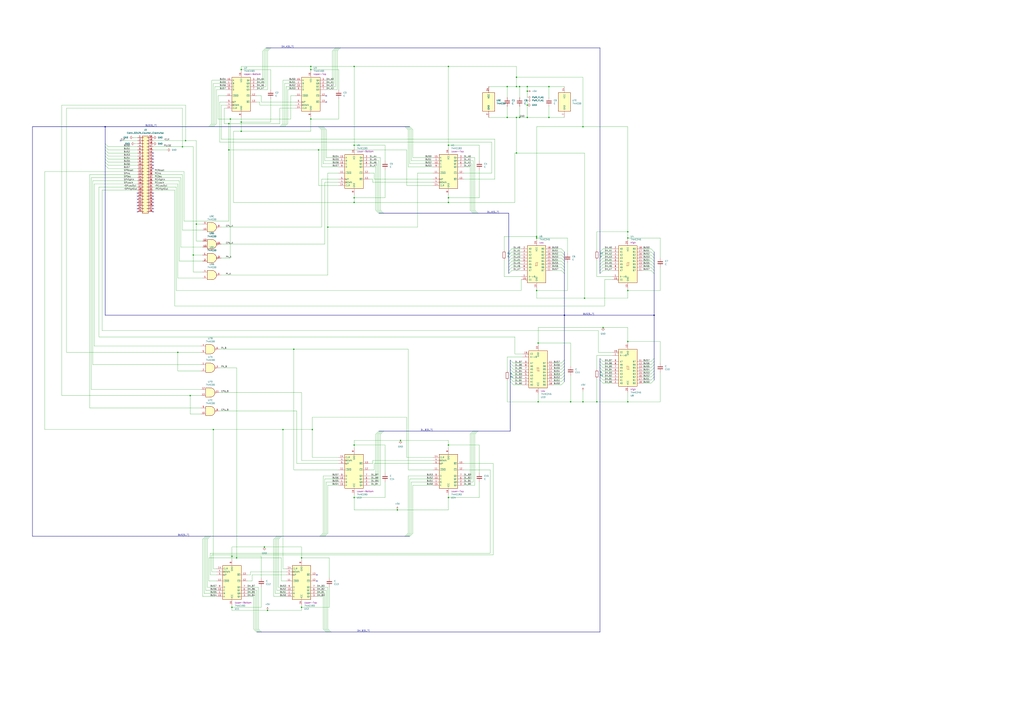
<source format=kicad_sch>
(kicad_sch (version 20250114) (generator "eeschema") (generator_version "9.0")
  (paper "A1")
  (junction (at 424.18 63.5))
  (junction (at 433.07 71.12))
  (junction (at 256.54 353.06))
  (junction (at 175.26 353.06))
  (junction (at 255.27 97.79))
  (junction (at 424.18 96.52))
  (junction (at 198.12 57.15))
  (junction (at 189.23 97.79))
  (junction (at 495.3 269.24))
  (junction (at 515.62 280.67))
  (junction (at 290.83 162.56))
  (junction (at 478.79 104.14))
  (junction (at 219.71 501.65))
  (junction (at 450.85 96.52))
  (junction (at 269.24 186.69))
  (junction (at 424.18 71.12))
  (junction (at 450.85 71.12))
  (junction (at 290.83 365.76))
  (junction (at 515.62 330.2))
  (junction (at 161.29 184.15))
  (junction (at 433.07 74.93))
  (junction (at 247.65 499.11))
  (junction (at 426.72 96.52))
  (junction (at 490.22 330.2))
  (junction (at 368.3 54.61))
  (junction (at 194.31 458.47))
  (junction (at 426.72 71.12))
  (junction (at 86.36 104.14))
  (junction (at 328.93 361.95))
  (junction (at 187.96 101.6))
  (junction (at 433.07 96.52))
  (junction (at 441.96 281.94))
  (junction (at 441.96 330.2))
  (junction (at 146.05 289.56))
  (junction (at 190.5 499.11))
  (junction (at 368.3 408.94))
  (junction (at 368.3 365.76))
  (junction (at 247.65 458.47))
  (junction (at 241.3 287.02))
  (junction (at 156.21 325.12))
  (junction (at 433.07 86.36))
  (junction (at 232.41 353.06))
  (junction (at 261.62 123.19))
  (junction (at 368.3 162.56))
  (junction (at 537.21 259.08))
  (junction (at 416.56 71.12))
  (junction (at 440.69 238.76))
  (junction (at 190.5 457.2))
  (junction (at 290.83 166.37))
  (junction (at 468.63 330.2))
  (junction (at 152.4 115.57))
  (junction (at 424.18 125.73))
  (junction (at 515.62 195.58))
  (junction (at 480.06 245.11))
  (junction (at 217.17 449.58))
  (junction (at 440.69 195.58))
  (junction (at 187.96 123.19))
  (junction (at 368.3 119.38))
  (junction (at 255.27 54.61))
  (junction (at 440.69 194.31))
  (junction (at 368.3 166.37))
  (junction (at 515.62 190.5))
  (junction (at 149.86 120.65))
  (junction (at 290.83 119.38))
  (junction (at 463.55 259.08))
  (junction (at 515.62 238.76))
  (junction (at 255.27 57.15))
  (junction (at 478.79 330.2))
  (junction (at 290.83 54.61))
  (junction (at 416.56 96.52))
  (junction (at 158.75 209.55))
  (junction (at 198.12 100.33))
  (junction (at 290.83 408.94))
  (junction (at 198.12 107.95))
  (junction (at 326.39 419.1))
  (no_connect (at 125.73 128.27))
  (no_connect (at 125.73 135.89))
  (no_connect (at 125.73 161.29))
  (no_connect (at 113.03 163.83))
  (no_connect (at 125.73 166.37))
  (no_connect (at 260.35 472.44))
  (no_connect (at 125.73 130.81))
  (no_connect (at 125.73 133.35))
  (no_connect (at 125.73 168.91))
  (no_connect (at 113.03 168.91))
  (no_connect (at 125.73 158.75))
  (no_connect (at 125.73 125.73))
  (no_connect (at 113.03 173.99))
  (no_connect (at 113.03 161.29))
  (no_connect (at 125.73 163.83))
  (no_connect (at 267.97 83.82))
  (no_connect (at 125.73 171.45))
  (no_connect (at 125.73 138.43))
  (no_connect (at 260.35 477.52))
  (no_connect (at 99.06 115.57))
  (no_connect (at 113.03 166.37))
  (no_connect (at 125.73 173.99))
  (no_connect (at 267.97 78.74))
  (no_connect (at 113.03 171.45))
  (no_connect (at 113.03 158.75))
  (bus_entry (at 314.96 175.26) (size -2.54 -2.54))
  (bus_entry (at 232.41 104.14) (size 2.54 -2.54))
  (bus_entry (at 229.87 104.14) (size 2.54 -2.54))
  (bus_entry (at 228.6 440.69) (size -2.54 2.54))
  (bus_entry (at 392.43 175.26) (size -2.54 -2.54))
  (bus_entry (at 492.76 309.88) (size 2.54 2.54))
  (bus_entry (at 231.14 104.14) (size 2.54 -2.54))
  (bus_entry (at 463.55 207.01) (size -2.54 -2.54))
  (bus_entry (at 233.68 104.14) (size 2.54 -2.54))
  (bus_entry (at 278.13 39.37) (size -2.54 2.54))
  (bus_entry (at 537.21 299.72) (size -2.54 2.54))
  (bus_entry (at 417.83 207.01) (size 2.54 -2.54))
  (bus_entry (at 266.7 440.69) (size 2.54 -2.54))
  (bus_entry (at 336.55 440.69) (size 2.54 -2.54))
  (bus_entry (at 492.76 297.18) (size 2.54 2.54))
  (bus_entry (at 388.62 175.26) (size -2.54 -2.54))
  (bus_entry (at 171.45 440.69) (size -2.54 2.54))
  (bus_entry (at 334.01 440.69) (size 2.54 -2.54))
  (bus_entry (at 463.55 300.99) (size -2.54 2.54))
  (bus_entry (at 391.16 354.33) (size -2.54 2.54))
  (bus_entry (at 392.43 354.33) (size -2.54 2.54))
  (bus_entry (at 419.1 303.53) (size 2.54 2.54))
  (bus_entry (at 86.36 135.89) (size 2.54 2.54))
  (bus_entry (at 492.76 222.25) (size 2.54 -2.54))
  (bus_entry (at 537.21 297.18) (size -2.54 2.54))
  (bus_entry (at 311.15 354.33) (size -2.54 2.54))
  (bus_entry (at 229.87 440.69) (size -2.54 2.54))
  (bus_entry (at 463.55 295.91) (size -2.54 2.54))
  (bus_entry (at 262.89 104.14) (size 2.54 2.54))
  (bus_entry (at 492.76 224.79) (size 2.54 -2.54))
  (bus_entry (at 264.16 440.69) (size 2.54 -2.54))
  (bus_entry (at 332.74 440.69) (size 2.54 -2.54))
  (bus_entry (at 391.16 175.26) (size -2.54 -2.54))
  (bus_entry (at 213.36 519.43) (size -2.54 -2.54))
  (bus_entry (at 175.26 104.14) (size 2.54 -2.54))
  (bus_entry (at 463.55 214.63) (size -2.54 -2.54))
  (bus_entry (at 269.24 519.43) (size -2.54 -2.54))
  (bus_entry (at 86.36 130.81) (size 2.54 2.54))
  (bus_entry (at 265.43 440.69) (size 2.54 -2.54))
  (bus_entry (at 537.21 209.55) (size -2.54 -2.54))
  (bus_entry (at 463.55 224.79) (size -2.54 -2.54))
  (bus_entry (at 261.62 104.14) (size 2.54 2.54))
  (bus_entry (at 334.01 104.14) (size 2.54 2.54))
  (bus_entry (at 336.55 104.14) (size 2.54 2.54))
  (bus_entry (at 86.36 128.27) (size 2.54 2.54))
  (bus_entry (at 219.71 39.37) (size -2.54 2.54))
  (bus_entry (at 419.1 298.45) (size 2.54 2.54))
  (bus_entry (at 265.43 104.14) (size 2.54 2.54))
  (bus_entry (at 463.55 217.17) (size -2.54 -2.54))
  (bus_entry (at 492.76 299.72) (size 2.54 2.54))
  (bus_entry (at 492.76 209.55) (size 2.54 -2.54))
  (bus_entry (at 417.83 212.09) (size 2.54 -2.54))
  (bus_entry (at 172.72 104.14) (size 2.54 -2.54))
  (bus_entry (at 389.89 354.33) (size -2.54 2.54))
  (bus_entry (at 86.36 133.35) (size 2.54 2.54))
  (bus_entry (at 389.89 175.26) (size -2.54 -2.54))
  (bus_entry (at 168.91 440.69) (size -2.54 2.54))
  (bus_entry (at 537.21 212.09) (size -2.54 -2.54))
  (bus_entry (at 222.25 39.37) (size -2.54 2.54))
  (bus_entry (at 537.21 309.88) (size -2.54 2.54))
  (bus_entry (at 463.55 308.61) (size -2.54 2.54))
  (bus_entry (at 463.55 209.55) (size -2.54 -2.54))
  (bus_entry (at 463.55 298.45) (size -2.54 2.54))
  (bus_entry (at 419.1 311.15) (size 2.54 2.54))
  (bus_entry (at 492.76 214.63) (size 2.54 -2.54))
  (bus_entry (at 463.55 212.09) (size -2.54 -2.54))
  (bus_entry (at 314.96 354.33) (size -2.54 2.54))
  (bus_entry (at 537.21 217.17) (size -2.54 -2.54))
  (bus_entry (at 417.83 219.71) (size 2.54 -2.54))
  (bus_entry (at 537.21 307.34) (size -2.54 2.54))
  (bus_entry (at 419.1 295.91) (size 2.54 2.54))
  (bus_entry (at 537.21 312.42) (size -2.54 2.54))
  (bus_entry (at 312.42 175.26) (size -2.54 -2.54))
  (bus_entry (at 463.55 311.15) (size -2.54 2.54))
  (bus_entry (at 492.76 294.64) (size 2.54 2.54))
  (bus_entry (at 264.16 104.14) (size 2.54 2.54))
  (bus_entry (at 492.76 207.01) (size 2.54 -2.54))
  (bus_entry (at 419.1 308.61) (size 2.54 2.54))
  (bus_entry (at 171.45 104.14) (size 2.54 -2.54))
  (bus_entry (at 267.97 519.43) (size -2.54 -2.54))
  (bus_entry (at 313.69 175.26) (size -2.54 -2.54))
  (bus_entry (at 492.76 304.8) (size 2.54 2.54))
  (bus_entry (at 170.18 440.69) (size -2.54 2.54))
  (bus_entry (at 313.69 354.33) (size -2.54 2.54))
  (bus_entry (at 173.99 104.14) (size 2.54 -2.54))
  (bus_entry (at 419.1 306.07) (size 2.54 2.54))
  (bus_entry (at 335.28 440.69) (size 2.54 -2.54))
  (bus_entry (at 311.15 175.26) (size -2.54 -2.54))
  (bus_entry (at 275.59 39.37) (size -2.54 2.54))
  (bus_entry (at 417.83 224.79) (size 2.54 -2.54))
  (bus_entry (at 271.78 519.43) (size -2.54 -2.54))
  (bus_entry (at 492.76 219.71) (size 2.54 -2.54))
  (bus_entry (at 227.33 440.69) (size -2.54 2.54))
  (bus_entry (at 537.21 294.64) (size -2.54 2.54))
  (bus_entry (at 86.36 120.65) (size 2.54 2.54))
  (bus_entry (at 492.76 212.09) (size 2.54 -2.54))
  (bus_entry (at 537.21 302.26) (size -2.54 2.54))
  (bus_entry (at 492.76 307.34) (size 2.54 2.54))
  (bus_entry (at 463.55 303.53) (size -2.54 2.54))
  (bus_entry (at 86.36 118.11) (size 2.54 2.54))
  (bus_entry (at 537.21 214.63) (size -2.54 -2.54))
  (bus_entry (at 312.42 354.33) (size -2.54 2.54))
  (bus_entry (at 172.72 440.69) (size -2.54 2.54))
  (bus_entry (at 417.83 217.17) (size 2.54 -2.54))
  (bus_entry (at 214.63 519.43) (size -2.54 -2.54))
  (bus_entry (at 335.28 104.14) (size 2.54 2.54))
  (bus_entry (at 276.86 39.37) (size -2.54 2.54))
  (bus_entry (at 210.82 519.43) (size -2.54 -2.54))
  (bus_entry (at 279.4 39.37) (size -2.54 2.54))
  (bus_entry (at 492.76 302.26) (size 2.54 2.54))
  (bus_entry (at 419.1 300.99) (size 2.54 2.54))
  (bus_entry (at 231.14 440.69) (size -2.54 2.54))
  (bus_entry (at 537.21 207.01) (size -2.54 -2.54))
  (bus_entry (at 537.21 304.8) (size -2.54 2.54))
  (bus_entry (at 492.76 217.17) (size 2.54 -2.54))
  (bus_entry (at 463.55 313.69) (size -2.54 2.54))
  (bus_entry (at 537.21 224.79) (size -2.54 -2.54))
  (bus_entry (at 212.09 519.43) (size -2.54 -2.54))
  (bus_entry (at 262.89 440.69) (size 2.54 -2.54))
  (bus_entry (at 417.83 209.55) (size 2.54 -2.54))
  (bus_entry (at 332.74 104.14) (size 2.54 2.54))
  (bus_entry (at 220.98 39.37) (size -2.54 2.54))
  (bus_entry (at 463.55 306.07) (size -2.54 2.54))
  (bus_entry (at 270.51 519.43) (size -2.54 -2.54))
  (bus_entry (at 388.62 354.33) (size -2.54 2.54))
  (bus_entry (at 417.83 214.63) (size 2.54 -2.54))
  (bus_entry (at 537.21 219.71) (size -2.54 -2.54))
  (bus_entry (at 218.44 39.37) (size -2.54 2.54))
  (bus_entry (at 463.55 222.25) (size -2.54 -2.54))
  (bus_entry (at 86.36 123.19) (size 2.54 2.54))
  (bus_entry (at 492.76 312.42) (size 2.54 2.54))
  (bus_entry (at 86.36 125.73) (size 2.54 2.54))
  (bus_entry (at 417.83 222.25) (size 2.54 -2.54))
  (bus_entry (at 463.55 219.71) (size -2.54 -2.54))
  (bus_entry (at 419.1 313.69) (size 2.54 2.54))
  (bus_entry (at 537.21 222.25) (size -2.54 -2.54))
  (wire (pts (xy 241.3 386.08) (xy 278.13 386.08)))
  (wire (pts (xy 177.8 73.66) (xy 185.42 73.66)))
  (wire (pts (xy 198.12 54.61) (xy 255.27 54.61)))
  (wire (pts (xy 515.62 104.14) (xy 478.79 104.14)))
  (wire (pts (xy 190.5 499.11) (xy 214.63 499.11)))
  (wire (pts (xy 515.62 269.24) (xy 515.62 280.67)))
  (bus (pts (xy 417.83 209.55) (xy 417.83 212.09)))
  (wire (pts (xy 453.39 209.55) (xy 461.01 209.55)))
  (bus (pts (xy 419.1 313.69) (xy 419.1 354.33)))
  (wire (pts (xy 328.93 361.95) (xy 368.3 361.95)))
  (wire (pts (xy 264.16 147.32) (xy 278.13 147.32)))
  (wire (pts (xy 255.27 54.61) (xy 255.27 57.15)))
  (wire (pts (xy 401.32 71.12) (xy 416.56 71.12)))
  (wire (pts (xy 175.26 101.6) (xy 175.26 68.58)))
  (wire (pts (xy 355.6 149.86) (xy 306.07 149.86)))
  (wire (pts (xy 405.13 381) (xy 405.13 455.93)))
  (wire (pts (xy 403.86 142.24) (xy 403.86 116.84)))
  (wire (pts (xy 214.63 457.2) (xy 190.5 457.2)))
  (wire (pts (xy 77.47 151.13) (xy 113.03 151.13)))
  (bus (pts (xy 419.1 311.15) (xy 419.1 308.61)))
  (wire (pts (xy 441.96 269.24) (xy 441.96 281.94)))
  (wire (pts (xy 420.37 212.09) (xy 427.99 212.09)))
  (wire (pts (xy 267.97 396.24) (xy 278.13 396.24)))
  (wire (pts (xy 187.96 123.19) (xy 187.96 181.61)))
  (wire (pts (xy 264.16 137.16) (xy 278.13 137.16)))
  (wire (pts (xy 290.83 54.61) (xy 368.3 54.61)))
  (bus (pts (xy 537.21 309.88) (xy 537.21 307.34)))
  (wire (pts (xy 180.34 322.58) (xy 247.65 322.58)))
  (wire (pts (xy 427.99 238.76) (xy 427.99 229.87)))
  (wire (pts (xy 515.62 238.76) (xy 515.62 245.11)))
  (wire (pts (xy 478.79 330.2) (xy 490.22 330.2)))
  (wire (pts (xy 99.06 115.57) (xy 113.03 115.57)))
  (bus (pts (xy 335.28 440.69) (xy 336.55 440.69)))
  (wire (pts (xy 480.06 125.73) (xy 424.18 125.73)))
  (wire (pts (xy 36.83 140.97) (xy 113.03 140.97)))
  (wire (pts (xy 81.28 153.67) (xy 113.03 153.67)))
  (wire (pts (xy 335.28 391.16) (xy 355.6 391.16)))
  (wire (pts (xy 209.55 487.68) (xy 209.55 516.89)))
  (wire (pts (xy 232.41 101.6) (xy 232.41 66.04)))
  (wire (pts (xy 316.23 132.08) (xy 316.23 119.38)))
  (wire (pts (xy 210.82 485.14) (xy 203.2 485.14)))
  (wire (pts (xy 269.24 142.24) (xy 278.13 142.24)))
  (wire (pts (xy 110.49 118.11) (xy 113.03 118.11)))
  (bus (pts (xy 537.21 297.18) (xy 537.21 294.64)))
  (wire (pts (xy 490.22 292.1) (xy 502.92 292.1)))
  (wire (pts (xy 125.73 156.21) (xy 143.51 156.21)))
  (wire (pts (xy 224.79 443.23) (xy 224.79 490.22)))
  (wire (pts (xy 420.37 204.47) (xy 427.99 204.47)))
  (wire (pts (xy 308.61 172.72) (xy 308.61 137.16)))
  (wire (pts (xy 335.28 391.16) (xy 335.28 438.15)))
  (wire (pts (xy 190.5 499.11) (xy 190.5 501.65)))
  (bus (pts (xy 463.55 259.08) (xy 463.55 295.91)))
  (wire (pts (xy 255.27 97.79) (xy 255.27 107.95)))
  (wire (pts (xy 316.23 139.7) (xy 316.23 162.56)))
  (wire (pts (xy 381 142.24) (xy 403.86 142.24)))
  (wire (pts (xy 269.24 482.6) (xy 260.35 482.6)))
  (wire (pts (xy 290.83 365.76) (xy 316.23 365.76)))
  (wire (pts (xy 180.34 116.84) (xy 180.34 83.82)))
  (wire (pts (xy 433.07 71.12) (xy 450.85 71.12)))
  (bus (pts (xy 265.43 440.69) (xy 266.7 440.69)))
  (wire (pts (xy 269.24 226.06) (xy 269.24 186.69)))
  (wire (pts (xy 528.32 212.09) (xy 534.67 212.09)))
  (wire (pts (xy 210.82 83.82) (xy 213.36 83.82)))
  (wire (pts (xy 267.97 485.14) (xy 260.35 485.14)))
  (wire (pts (xy 273.05 66.04) (xy 267.97 66.04)))
  (wire (pts (xy 368.3 119.38) (xy 368.3 121.92)))
  (wire (pts (xy 368.3 54.61) (xy 368.3 119.38)))
  (wire (pts (xy 528.32 307.34) (xy 534.67 307.34)))
  (wire (pts (xy 422.91 125.73) (xy 424.18 125.73)))
  (wire (pts (xy 381 386.08) (xy 402.59 386.08)))
  (wire (pts (xy 389.89 356.87) (xy 389.89 398.78)))
  (bus (pts (xy 463.55 259.08) (xy 537.21 259.08)))
  (wire (pts (xy 194.31 302.26) (xy 194.31 458.47)))
  (wire (pts (xy 125.73 146.05) (xy 148.59 146.05)))
  (wire (pts (xy 198.12 100.33) (xy 222.25 100.33)))
  (bus (pts (xy 492.76 39.37) (xy 492.76 207.01)))
  (wire (pts (xy 50.8 86.36) (xy 50.8 325.12)))
  (wire (pts (xy 218.44 71.12) (xy 210.82 71.12)))
  (wire (pts (xy 146.05 304.8) (xy 165.1 304.8)))
  (wire (pts (xy 173.99 455.93) (xy 173.99 469.9)))
  (bus (pts (xy 276.86 39.37) (xy 275.59 39.37)))
  (bus (pts (xy 417.83 217.17) (xy 417.83 219.71)))
  (wire (pts (xy 209.55 487.68) (xy 203.2 487.68)))
  (wire (pts (xy 81.28 276.86) (xy 422.91 276.86)))
  (wire (pts (xy 171.45 458.47) (xy 171.45 477.52)))
  (wire (pts (xy 368.3 54.61) (xy 424.18 54.61)))
  (wire (pts (xy 180.34 83.82) (xy 185.42 83.82)))
  (wire (pts (xy 144.78 238.76) (xy 427.99 238.76)))
  (wire (pts (xy 339.09 398.78) (xy 339.09 438.15)))
  (wire (pts (xy 148.59 146.05) (xy 148.59 203.2)))
  (wire (pts (xy 528.32 304.8) (xy 534.67 304.8)))
  (bus (pts (xy 270.51 519.43) (xy 271.78 519.43)))
  (wire (pts (xy 336.55 393.7) (xy 336.55 438.15)))
  (wire (pts (xy 276.86 73.66) (xy 267.97 73.66)))
  (wire (pts (xy 238.76 78.74) (xy 242.57 78.74)))
  (bus (pts (xy 227.33 440.69) (xy 228.6 440.69)))
  (bus (pts (xy 222.25 39.37) (xy 220.98 39.37)))
  (wire (pts (xy 450.85 71.12) (xy 450.85 80.01)))
  (wire (pts (xy 232.41 467.36) (xy 234.95 467.36)))
  (wire (pts (xy 490.22 292.1) (xy 490.22 303.53)))
  (wire (pts (xy 210.82 485.14) (xy 210.82 516.89)))
  (wire (pts (xy 146.05 151.13) (xy 146.05 228.6)))
  (wire (pts (xy 441.96 323.85) (xy 441.96 330.2)))
  (bus (pts (xy 537.21 212.09) (xy 537.21 214.63)))
  (wire (pts (xy 316.23 388.62) (xy 316.23 365.76)))
  (wire (pts (xy 180.34 337.82) (xy 243.84 337.82)))
  (wire (pts (xy 542.29 306.07) (xy 542.29 330.2)))
  (wire (pts (xy 278.13 57.15) (xy 278.13 73.66)))
  (wire (pts (xy 420.37 217.17) (xy 427.99 217.17)))
  (wire (pts (xy 190.5 449.58) (xy 190.5 457.2)))
  (bus (pts (xy 314.96 175.26) (xy 388.62 175.26)))
  (wire (pts (xy 212.09 482.6) (xy 203.2 482.6)))
  (wire (pts (xy 210.82 78.74) (xy 214.63 78.74)))
  (bus (pts (xy 233.68 104.14) (xy 261.62 104.14)))
  (bus (pts (xy 222.25 39.37) (xy 275.59 39.37)))
  (wire (pts (xy 167.64 487.68) (xy 177.8 487.68)))
  (wire (pts (xy 334.01 342.9) (xy 334.01 375.92)))
  (wire (pts (xy 170.18 482.6) (xy 177.8 482.6)))
  (wire (pts (xy 307.34 147.32) (xy 355.6 147.32)))
  (wire (pts (xy 450.85 87.63) (xy 450.85 96.52)))
  (bus (pts (xy 86.36 104.14) (xy 26.67 104.14)))
  (wire (pts (xy 191.77 107.95) (xy 198.12 107.95)))
  (wire (pts (xy 255.27 54.61) (xy 290.83 54.61)))
  (wire (pts (xy 74.93 146.05) (xy 113.03 146.05)))
  (wire (pts (xy 266.7 132.08) (xy 278.13 132.08)))
  (wire (pts (xy 243.84 337.82) (xy 243.84 381)))
  (wire (pts (xy 265.43 438.15) (xy 265.43 391.16)))
  (wire (pts (xy 368.3 166.37) (xy 422.91 166.37)))
  (wire (pts (xy 213.36 86.36) (xy 213.36 83.82)))
  (bus (pts (xy 463.55 308.61) (xy 463.55 306.07)))
  (wire (pts (xy 165.1 289.56) (xy 146.05 289.56)))
  (wire (pts (xy 36.83 353.06) (xy 175.26 353.06)))
  (wire (pts (xy 229.87 101.6) (xy 229.87 88.9)))
  (wire (pts (xy 334.01 123.19) (xy 334.01 152.4)))
  (wire (pts (xy 542.29 195.58) (xy 515.62 195.58)))
  (wire (pts (xy 229.87 88.9) (xy 242.57 88.9)))
  (wire (pts (xy 156.21 325.12) (xy 156.21 340.36)))
  (bus (pts (xy 537.21 294.64) (xy 537.21 259.08)))
  (wire (pts (xy 416.56 71.12) (xy 424.18 71.12)))
  (bus (pts (xy 492.76 207.01) (xy 492.76 209.55)))
  (wire (pts (xy 453.39 204.47) (xy 461.01 204.47)))
  (wire (pts (xy 416.56 293.37) (xy 416.56 304.8)))
  (wire (pts (xy 468.63 308.61) (xy 468.63 330.2)))
  (wire (pts (xy 172.72 472.44) (xy 177.8 472.44)))
  (wire (pts (xy 267.97 485.14) (xy 267.97 516.89)))
  (bus (pts (xy 463.55 219.71) (xy 463.55 222.25)))
  (wire (pts (xy 528.32 314.96) (xy 534.67 314.96)))
  (wire (pts (xy 495.3 312.42) (xy 502.92 312.42)))
  (bus (pts (xy 173.99 104.14) (xy 175.26 104.14)))
  (wire (pts (xy 226.06 443.23) (xy 226.06 487.68)))
  (wire (pts (xy 176.53 71.12) (xy 185.42 71.12)))
  (wire (pts (xy 386.08 137.16) (xy 381 137.16)))
  (wire (pts (xy 515.62 245.11) (xy 480.06 245.11)))
  (bus (pts (xy 417.83 207.01) (xy 417.83 209.55)))
  (bus (pts (xy 264.16 104.14) (xy 265.43 104.14)))
  (wire (pts (xy 453.39 212.09) (xy 461.01 212.09)))
  (wire (pts (xy 306.07 149.86) (xy 306.07 147.32)))
  (wire (pts (xy 161.29 115.57) (xy 161.29 184.15)))
  (wire (pts (xy 303.53 147.32) (xy 306.07 147.32)))
  (wire (pts (xy 528.32 209.55) (xy 534.67 209.55)))
  (bus (pts (xy 492.76 299.72) (xy 492.76 297.18)))
  (wire (pts (xy 337.82 396.24) (xy 337.82 438.15)))
  (bus (pts (xy 231.14 440.69) (xy 262.89 440.69)))
  (wire (pts (xy 528.32 207.01) (xy 534.67 207.01)))
  (wire (pts (xy 306.07 378.46) (xy 306.07 381)))
  (wire (pts (xy 334.01 152.4) (xy 355.6 152.4)))
  (wire (pts (xy 424.18 54.61) (xy 424.18 63.5)))
  (wire (pts (xy 337.82 132.08) (xy 355.6 132.08)))
  (wire (pts (xy 290.83 361.95) (xy 328.93 361.95)))
  (bus (pts (xy 463.55 217.17) (xy 463.55 219.71)))
  (wire (pts (xy 270.51 474.98) (xy 270.51 458.47)))
  (wire (pts (xy 528.32 222.25) (xy 534.67 222.25)))
  (wire (pts (xy 255.27 96.52) (xy 255.27 97.79)))
  (wire (pts (xy 303.53 386.08) (xy 307.34 386.08)))
  (wire (pts (xy 335.28 137.16) (xy 355.6 137.16)))
  (wire (pts (xy 269.24 186.69) (xy 342.9 186.69)))
  (wire (pts (xy 453.39 222.25) (xy 461.01 222.25)))
  (wire (pts (xy 386.08 172.72) (xy 386.08 137.16)))
  (bus (pts (xy 312.42 354.33) (xy 313.69 354.33)))
  (wire (pts (xy 336.55 393.7) (xy 355.6 393.7)))
  (wire (pts (xy 273.05 41.91) (xy 273.05 66.04)))
  (bus (pts (xy 492.76 309.88) (xy 492.76 307.34)))
  (wire (pts (xy 421.64 306.07) (xy 429.26 306.07)))
  (wire (pts (xy 190.5 501.65) (xy 219.71 501.65)))
  (wire (pts (xy 222.25 81.28) (xy 222.25 100.33)))
  (bus (pts (xy 537.21 299.72) (xy 537.21 297.18)))
  (wire (pts (xy 234.95 469.9) (xy 205.74 469.9)))
  (wire (pts (xy 440.69 104.14) (xy 440.69 194.31)))
  (bus (pts (xy 172.72 104.14) (xy 173.99 104.14)))
  (wire (pts (xy 77.47 284.48) (xy 77.47 151.13)))
  (wire (pts (xy 88.9 125.73) (xy 113.03 125.73)))
  (bus (pts (xy 419.1 298.45) (xy 419.1 295.91)))
  (bus (pts (xy 492.76 212.09) (xy 492.76 214.63)))
  (wire (pts (xy 146.05 289.56) (xy 146.05 304.8)))
  (bus (pts (xy 312.42 175.26) (xy 313.69 175.26)))
  (wire (pts (xy 228.6 443.23) (xy 228.6 482.6)))
  (wire (pts (xy 156.21 340.36) (xy 165.1 340.36)))
  (wire (pts (xy 256.54 342.9) (xy 334.01 342.9)))
  (wire (pts (xy 381 381) (xy 405.13 381)))
  (wire (pts (xy 490.22 227.33) (xy 490.22 213.36)))
  (wire (pts (xy 421.64 308.61) (xy 429.26 308.61)))
  (wire (pts (xy 109.22 113.03) (xy 113.03 113.03)))
  (wire (pts (xy 542.29 280.67) (xy 515.62 280.67)))
  (wire (pts (xy 368.3 160.02) (xy 368.3 162.56)))
  (wire (pts (xy 148.59 203.2) (xy 166.37 203.2)))
  (wire (pts (xy 421.64 316.23) (xy 429.26 316.23)))
  (wire (pts (xy 491.49 289.56) (xy 502.92 289.56)))
  (wire (pts (xy 495.3 222.25) (xy 502.92 222.25)))
  (wire (pts (xy 83.82 156.21) (xy 83.82 271.78)))
  (wire (pts (xy 478.79 104.14) (xy 478.79 63.5)))
  (wire (pts (xy 414.02 194.31) (xy 440.69 194.31)))
  (wire (pts (xy 241.3 287.02) (xy 335.28 287.02)))
  (bus (pts (xy 168.91 440.69) (xy 170.18 440.69)))
  (wire (pts (xy 247.65 378.46) (xy 278.13 378.46)))
  (wire (pts (xy 433.07 96.52) (xy 450.85 96.52)))
  (wire (pts (xy 308.61 137.16) (xy 303.53 137.16)))
  (wire (pts (xy 54.61 289.56) (xy 146.05 289.56)))
  (wire (pts (xy 181.61 226.06) (xy 269.24 226.06)))
  (wire (pts (xy 198.12 96.52) (xy 198.12 100.33)))
  (wire (pts (xy 422.91 276.86) (xy 422.91 290.83)))
  (wire (pts (xy 490.22 311.15) (xy 490.22 330.2)))
  (wire (pts (xy 355.6 378.46) (xy 306.07 378.46)))
  (wire (pts (xy 265.43 391.16) (xy 278.13 391.16)))
  (bus (pts (xy 86.36 123.19) (xy 86.36 125.73)))
  (bus (pts (xy 262.89 440.69) (xy 264.16 440.69)))
  (wire (pts (xy 490.22 205.74) (xy 490.22 190.5)))
  (wire (pts (xy 528.32 204.47) (xy 534.67 204.47)))
  (bus (pts (xy 463.55 222.25) (xy 463.55 224.79)))
  (wire (pts (xy 416.56 312.42) (xy 416.56 330.2)))
  (wire (pts (xy 266.7 393.7) (xy 278.13 393.7)))
  (wire (pts (xy 290.83 368.3) (xy 290.83 365.76)))
  (wire (pts (xy 453.39 214.63) (xy 461.01 214.63)))
  (wire (pts (xy 125.73 143.51) (xy 149.86 143.51)))
  (wire (pts (xy 219.71 501.65) (xy 247.65 501.65)))
  (bus (pts (xy 463.55 311.15) (xy 463.55 308.61)))
  (wire (pts (xy 495.3 212.09) (xy 502.92 212.09)))
  (bus (pts (xy 492.76 222.25) (xy 492.76 224.79)))
  (wire (pts (xy 316.23 162.56) (xy 290.83 162.56)))
  (bus (pts (xy 86.36 118.11) (xy 86.36 120.65)))
  (bus (pts (xy 334.01 440.69) (xy 335.28 440.69)))
  (wire (pts (xy 256.54 353.06) (xy 256.54 342.9)))
  (wire (pts (xy 234.95 101.6) (xy 234.95 71.12)))
  (wire (pts (xy 149.86 189.23) (xy 166.37 189.23)))
  (wire (pts (xy 274.32 41.91) (xy 274.32 68.58)))
  (wire (pts (xy 187.96 101.6) (xy 229.87 101.6)))
  (wire (pts (xy 73.66 143.51) (xy 73.66 335.28)))
  (wire (pts (xy 528.32 217.17) (xy 534.67 217.17)))
  (bus (pts (xy 492.76 209.55) (xy 492.76 212.09)))
  (bus (pts (xy 311.15 175.26) (xy 312.42 175.26)))
  (wire (pts (xy 143.51 251.46) (xy 496.57 251.46)))
  (bus (pts (xy 492.76 307.34) (xy 492.76 304.8)))
  (wire (pts (xy 490.22 190.5) (xy 515.62 190.5)))
  (bus (pts (xy 537.21 312.42) (xy 537.21 309.88)))
  (bus (pts (xy 279.4 39.37) (xy 278.13 39.37)))
  (wire (pts (xy 490.22 330.2) (xy 515.62 330.2)))
  (wire (pts (xy 386.08 356.87) (xy 386.08 391.16)))
  (wire (pts (xy 50.8 325.12) (xy 156.21 325.12)))
  (wire (pts (xy 453.39 217.17) (xy 461.01 217.17)))
  (wire (pts (xy 326.39 419.1) (xy 368.3 419.1)))
  (bus (pts (xy 492.76 297.18) (xy 492.76 294.64)))
  (bus (pts (xy 419.1 313.69) (xy 419.1 311.15)))
  (wire (pts (xy 144.78 153.67) (xy 144.78 238.76)))
  (wire (pts (xy 303.53 398.78) (xy 312.42 398.78)))
  (wire (pts (xy 267.97 129.54) (xy 278.13 129.54)))
  (bus (pts (xy 229.87 440.69) (xy 231.14 440.69)))
  (wire (pts (xy 205.74 469.9) (xy 205.74 472.44)))
  (wire (pts (xy 214.63 499.11) (xy 214.63 482.6)))
  (wire (pts (xy 466.09 208.28) (xy 466.09 195.58)))
  (wire (pts (xy 433.07 71.12) (xy 433.07 74.93)))
  (wire (pts (xy 495.3 314.96) (xy 502.92 314.96)))
  (bus (pts (xy 26.67 104.14) (xy 26.67 440.69)))
  (bus (pts (xy 332.74 440.69) (xy 334.01 440.69)))
  (wire (pts (xy 256.54 353.06) (xy 256.54 375.92)))
  (wire (pts (xy 198.12 58.42) (xy 198.12 57.15)))
  (wire (pts (xy 158.75 223.52) (xy 166.37 223.52)))
  (wire (pts (xy 335.28 106.68) (xy 335.28 137.16)))
  (wire (pts (xy 172.72 454.66) (xy 172.72 472.44)))
  (wire (pts (xy 426.72 71.12) (xy 426.72 80.01)))
  (wire (pts (xy 266.7 200.66) (xy 266.7 149.86)))
  (wire (pts (xy 480.06 125.73) (xy 480.06 245.11)))
  (bus (pts (xy 232.41 104.14) (xy 233.68 104.14)))
  (wire (pts (xy 265.43 106.68) (xy 265.43 134.62)))
  (wire (pts (xy 339.09 106.68) (xy 339.09 129.54)))
  (wire (pts (xy 312.42 356.87) (xy 312.42 398.78)))
  (wire (pts (xy 88.9 135.89) (xy 113.03 135.89)))
  (bus (pts (xy 463.55 212.09) (xy 463.55 214.63)))
  (bus (pts (xy 463.55 207.01) (xy 463.55 209.55)))
  (bus (pts (xy 231.14 104.14) (xy 232.41 104.14)))
  (wire (pts (xy 416.56 87.63) (xy 416.56 96.52)))
  (wire (pts (xy 416.56 330.2) (xy 441.96 330.2)))
  (wire (pts (xy 422.91 166.37) (xy 422.91 125.73)))
  (wire (pts (xy 496.57 251.46) (xy 496.57 229.87)))
  (wire (pts (xy 158.75 209.55) (xy 158.75 223.52)))
  (wire (pts (xy 247.65 499.11) (xy 270.51 499.11)))
  (wire (pts (xy 542.29 219.71) (xy 542.29 238.76)))
  (wire (pts (xy 303.53 393.7) (xy 309.88 393.7)))
  (bus (pts (xy 26.67 440.69) (xy 168.91 440.69)))
  (wire (pts (xy 184.15 88.9) (xy 185.42 88.9)))
  (bus (pts (xy 537.21 219.71) (xy 537.21 222.25)))
  (wire (pts (xy 307.34 381) (xy 355.6 381)))
  (bus (pts (xy 417.83 222.25) (xy 417.83 224.79)))
  (wire (pts (xy 421.64 313.69) (xy 429.26 313.69)))
  (wire (pts (xy 161.29 184.15) (xy 166.37 184.15)))
  (wire (pts (xy 406.4 147.32) (xy 406.4 114.3)))
  (wire (pts (xy 181.61 212.09) (xy 189.23 212.09)))
  (bus (pts (xy 314.96 354.33) (xy 388.62 354.33)))
  (wire (pts (xy 311.15 172.72) (xy 311.15 132.08)))
  (wire (pts (xy 542.29 298.45) (xy 542.29 280.67)))
  (wire (pts (xy 387.35 393.7) (xy 381 393.7)))
  (bus (pts (xy 267.97 519.43) (xy 269.24 519.43)))
  (wire (pts (xy 495.3 307.34) (xy 502.92 307.34)))
  (bus (pts (xy 86.36 125.73) (xy 86.36 128.27)))
  (wire (pts (xy 267.97 438.15) (xy 267.97 396.24)))
  (wire (pts (xy 495.3 209.55) (xy 502.92 209.55)))
  (bus (pts (xy 389.89 354.33) (xy 391.16 354.33)))
  (wire (pts (xy 515.62 104.14) (xy 515.62 190.5)))
  (wire (pts (xy 125.73 153.67) (xy 144.78 153.67)))
  (bus (pts (xy 86.36 259.08) (xy 86.36 135.89)))
  (wire (pts (xy 381 147.32) (xy 406.4 147.32)))
  (wire (pts (xy 393.7 408.94) (xy 368.3 408.94)))
  (wire (pts (xy 269.24 398.78) (xy 278.13 398.78)))
  (wire (pts (xy 542.29 238.76) (xy 515.62 238.76)))
  (bus (pts (xy 313.69 175.26) (xy 314.96 175.26)))
  (wire (pts (xy 276.86 41.91) (xy 276.86 73.66)))
  (wire (pts (xy 203.2 477.52) (xy 207.01 477.52)))
  (wire (pts (xy 198.12 100.33) (xy 198.12 107.95)))
  (wire (pts (xy 316.23 396.24) (xy 316.23 408.94)))
  (wire (pts (xy 266.7 438.15) (xy 266.7 393.7)))
  (wire (pts (xy 207.01 472.44) (xy 207.01 477.52)))
  (wire (pts (xy 170.18 443.23) (xy 170.18 482.6)))
  (wire (pts (xy 81.28 153.67) (xy 81.28 276.86)))
  (wire (pts (xy 83.82 271.78) (xy 491.49 271.78)))
  (wire (pts (xy 233.68 101.6) (xy 233.68 68.58)))
  (wire (pts (xy 76.2 299.72) (xy 165.1 299.72)))
  (wire (pts (xy 339.09 398.78) (xy 355.6 398.78)))
  (wire (pts (xy 267.97 106.68) (xy 267.97 129.54)))
  (wire (pts (xy 190.5 449.58) (xy 217.17 449.58)))
  (wire (pts (xy 219.71 41.91) (xy 219.71 73.66)))
  (wire (pts (xy 316.23 119.38) (xy 290.83 119.38)))
  (wire (pts (xy 232.41 66.04) (xy 242.57 66.04)))
  (bus (pts (xy 86.36 128.27) (xy 86.36 130.81)))
  (wire (pts (xy 203.2 472.44) (xy 205.74 472.44)))
  (wire (pts (xy 402.59 454.66) (xy 172.72 454.66)))
  (bus (pts (xy 492.76 217.17) (xy 492.76 219.71)))
  (wire (pts (xy 368.3 162.56) (xy 368.3 166.37)))
  (wire (pts (xy 222.25 57.15) (xy 222.25 73.66)))
  (wire (pts (xy 426.72 96.52) (xy 433.07 96.52)))
  (wire (pts (xy 433.07 74.93) (xy 433.07 80.01)))
  (wire (pts (xy 266.7 487.68) (xy 266.7 516.89)))
  (wire (pts (xy 168.91 485.14) (xy 177.8 485.14)))
  (wire (pts (xy 495.3 214.63) (xy 502.92 214.63)))
  (wire (pts (xy 247.65 499.11) (xy 247.65 497.84)))
  (bus (pts (xy 264.16 440.69) (xy 265.43 440.69)))
  (wire (pts (xy 453.39 219.71) (xy 461.01 219.71)))
  (wire (pts (xy 88.9 120.65) (xy 113.03 120.65)))
  (wire (pts (xy 137.16 123.19) (xy 125.73 123.19)))
  (bus (pts (xy 271.78 519.43) (xy 492.76 519.43)))
  (wire (pts (xy 274.32 68.58) (xy 267.97 68.58)))
  (bus (pts (xy 313.69 354.33) (xy 314.96 354.33)))
  (bus (pts (xy 172.72 440.69) (xy 227.33 440.69)))
  (bus (pts (xy 262.89 104.14) (xy 264.16 104.14)))
  (wire (pts (xy 290.83 408.94) (xy 290.83 406.4)))
  (wire (pts (xy 214.63 83.82) (xy 214.63 78.74)))
  (wire (pts (xy 441.96 283.21) (xy 441.96 281.94)))
  (wire (pts (xy 495.3 304.8) (xy 502.92 304.8)))
  (wire (pts (xy 420.37 209.55) (xy 427.99 209.55)))
  (bus (pts (xy 212.09 519.43) (xy 213.36 519.43)))
  (wire (pts (xy 309.88 134.62) (xy 303.53 134.62)))
  (wire (pts (xy 241.3 287.02) (xy 241.3 386.08)))
  (wire (pts (xy 454.66 300.99) (xy 461.01 300.99)))
  (wire (pts (xy 125.73 115.57) (xy 152.4 115.57)))
  (wire (pts (xy 88.9 138.43) (xy 113.03 138.43)))
  (wire (pts (xy 175.26 467.36) (xy 177.8 467.36)))
  (bus (pts (xy 537.21 307.34) (xy 537.21 304.8)))
  (wire (pts (xy 212.09 482.6) (xy 212.09 516.89)))
  (wire (pts (xy 387.35 134.62) (xy 381 134.62)))
  (wire (pts (xy 232.41 353.06) (xy 256.54 353.06)))
  (wire (pts (xy 217.17 41.91) (xy 217.17 68.58)))
  (bus (pts (xy 334.01 104.14) (xy 335.28 104.14)))
  (wire (pts (xy 528.32 309.88) (xy 534.67 309.88)))
  (wire (pts (xy 416.56 71.12) (xy 416.56 80.01)))
  (wire (pts (xy 342.9 186.69) (xy 342.9 142.24)))
  (wire (pts (xy 454.66 308.61) (xy 461.01 308.61)))
  (wire (pts (xy 453.39 207.01) (xy 461.01 207.01)))
  (wire (pts (xy 191.77 166.37) (xy 191.77 107.95)))
  (wire (pts (xy 515.62 237.49) (xy 515.62 238.76)))
  (wire (pts (xy 247.65 322.58) (xy 247.65 378.46)))
  (wire (pts (xy 255.27 57.15) (xy 255.27 58.42)))
  (wire (pts (xy 149.86 120.65) (xy 149.86 88.9)))
  (wire (pts (xy 171.45 458.47) (xy 194.31 458.47)))
  (wire (pts (xy 386.08 391.16) (xy 381 391.16)))
  (wire (pts (xy 247.65 501.65) (xy 247.65 499.11)))
  (bus (pts (xy 332.74 104.14) (xy 334.01 104.14)))
  (wire (pts (xy 454.66 316.23) (xy 461.01 316.23)))
  (bus (pts (xy 266.7 440.69) (xy 332.74 440.69)))
  (wire (pts (xy 393.7 119.38) (xy 368.3 119.38)))
  (wire (pts (xy 88.9 123.19) (xy 113.03 123.19)))
  (wire (pts (xy 389.89 129.54) (xy 381 129.54)))
  (bus (pts (xy 389.89 175.26) (xy 391.16 175.26)))
  (wire (pts (xy 156.21 325.12) (xy 165.1 325.12)))
  (bus (pts (xy 261.62 104.14) (xy 262.89 104.14)))
  (wire (pts (xy 227.33 443.23) (xy 227.33 485.14)))
  (wire (pts (xy 393.7 388.62) (xy 393.7 365.76)))
  (wire (pts (xy 368.3 408.94) (xy 368.3 406.4)))
  (wire (pts (xy 198.12 57.15) (xy 222.25 57.15)))
  (wire (pts (xy 421.64 311.15) (xy 429.26 311.15)))
  (wire (pts (xy 175.26 353.06) (xy 175.26 467.36)))
  (bus (pts (xy 391.16 175.26) (xy 392.43 175.26)))
  (wire (pts (xy 454.66 298.45) (xy 461.01 298.45)))
  (wire (pts (xy 433.07 86.36) (xy 433.07 96.52)))
  (wire (pts (xy 218.44 41.91) (xy 218.44 71.12)))
  (wire (pts (xy 278.13 81.28) (xy 278.13 97.79)))
  (wire (pts (xy 256.54 375.92) (xy 278.13 375.92)))
  (wire (pts (xy 388.62 132.08) (xy 381 132.08)))
  (wire (pts (xy 175.26 353.06) (xy 232.41 353.06)))
  (wire (pts (xy 181.61 200.66) (xy 266.7 200.66)))
  (wire (pts (xy 334.01 375.92) (xy 355.6 375.92)))
  (wire (pts (xy 125.73 151.13) (xy 146.05 151.13)))
  (wire (pts (xy 167.64 443.23) (xy 167.64 487.68)))
  (wire (pts (xy 187.96 123.19) (xy 261.62 123.19)))
  (bus (pts (xy 171.45 440.69) (xy 172.72 440.69)))
  (wire (pts (xy 495.3 204.47) (xy 502.92 204.47)))
  (wire (pts (xy 454.66 303.53) (xy 461.01 303.53)))
  (wire (pts (xy 243.84 381) (xy 278.13 381)))
  (bus (pts (xy 210.82 519.43) (xy 212.09 519.43)))
  (wire (pts (xy 168.91 443.23) (xy 168.91 485.14)))
  (wire (pts (xy 143.51 156.21) (xy 143.51 251.46)))
  (wire (pts (xy 424.18 125.73) (xy 424.18 96.52)))
  (wire (pts (xy 416.56 96.52) (xy 424.18 96.52)))
  (wire (pts (xy 149.86 88.9) (xy 54.61 88.9)))
  (bus (pts (xy 171.45 104.14) (xy 172.72 104.14)))
  (wire (pts (xy 177.8 101.6) (xy 177.8 73.66)))
  (wire (pts (xy 440.69 195.58) (xy 440.69 194.31)))
  (wire (pts (xy 424.18 71.12) (xy 426.72 71.12)))
  (wire (pts (xy 403.86 116.84) (xy 180.34 116.84)))
  (wire (pts (xy 208.28 490.22) (xy 208.28 516.89)))
  (bus (pts (xy 417.83 212.09) (xy 417.83 214.63)))
  (wire (pts (xy 234.95 472.44) (xy 207.01 472.44)))
  (bus (pts (xy 86.36 259.08) (xy 463.55 259.08)))
  (wire (pts (xy 88.9 128.27) (xy 113.03 128.27)))
  (wire (pts (xy 214.63 474.98) (xy 214.63 457.2)))
  (bus (pts (xy 492.76 304.8) (xy 492.76 302.26)))
  (wire (pts (xy 166.37 443.23) (xy 166.37 490.22)))
  (wire (pts (xy 421.64 303.53) (xy 429.26 303.53)))
  (wire (pts (xy 236.22 101.6) (xy 236.22 73.66)))
  (wire (pts (xy 466.09 195.58) (xy 440.69 195.58)))
  (wire (pts (xy 290.83 160.02) (xy 290.83 162.56)))
  (wire (pts (xy 194.31 458.47) (xy 231.14 458.47)))
  (wire (pts (xy 414.02 205.74) (xy 414.02 194.31)))
  (wire (pts (xy 441.96 269.24) (xy 495.3 269.24)))
  (bus (pts (xy 492.76 312.42) (xy 492.76 309.88)))
  (wire (pts (xy 393.7 162.56) (xy 368.3 162.56)))
  (wire (pts (xy 337.82 396.24) (xy 355.6 396.24)))
  (wire (pts (xy 388.62 396.24) (xy 381 396.24)))
  (wire (pts (xy 247.65 459.74) (xy 247.65 458.47)))
  (wire (pts (xy 393.7 396.24) (xy 393.7 408.94)))
  (bus (pts (xy 537.21 224.79) (xy 537.21 259.08)))
  (wire (pts (xy 146.05 228.6) (xy 166.37 228.6)))
  (wire (pts (xy 336.55 134.62) (xy 355.6 134.62)))
  (wire (pts (xy 215.9 66.04) (xy 210.82 66.04)))
  (wire (pts (xy 290.83 162.56) (xy 290.83 166.37)))
  (wire (pts (xy 255.27 57.15) (xy 278.13 57.15)))
  (wire (pts (xy 337.82 106.68) (xy 337.82 132.08)))
  (wire (pts (xy 215.9 41.91) (xy 215.9 66.04)))
  (wire (pts (xy 307.34 142.24) (xy 307.34 147.32)))
  (wire (pts (xy 312.42 172.72) (xy 312.42 129.54)))
  (wire (pts (xy 242.57 86.36) (xy 213.36 86.36)))
  (bus (pts (xy 220.98 39.37) (xy 219.71 39.37)))
  (wire (pts (xy 83.82 156.21) (xy 113.03 156.21)))
  (wire (pts (xy 450.85 96.52) (xy 463.55 96.52)))
  (wire (pts (xy 420.37 207.01) (xy 427.99 207.01)))
  (wire (pts (xy 54.61 88.9) (xy 54.61 289.56)))
  (bus (pts (xy 419.1 303.53) (xy 419.1 300.99)))
  (wire (pts (xy 393.7 139.7) (xy 393.7 162.56)))
  (wire (pts (xy 224.79 490.22) (xy 234.95 490.22)))
  (bus (pts (xy 214.63 519.43) (xy 267.97 519.43)))
  (wire (pts (xy 73.66 335.28) (xy 165.1 335.28)))
  (wire (pts (xy 152.4 86.36) (xy 50.8 86.36)))
  (bus (pts (xy 86.36 118.11) (xy 86.36 104.14)))
  (wire (pts (xy 528.32 302.26) (xy 534.67 302.26)))
  (wire (pts (xy 420.37 222.25) (xy 427.99 222.25)))
  (bus (pts (xy 419.1 300.99) (xy 419.1 298.45)))
  (wire (pts (xy 228.6 482.6) (xy 234.95 482.6)))
  (wire (pts (xy 238.76 97.79) (xy 238.76 78.74)))
  (wire (pts (xy 454.66 311.15) (xy 461.01 311.15)))
  (wire (pts (xy 219.71 73.66) (xy 210.82 73.66)))
  (wire (pts (xy 311.15 356.87) (xy 311.15 396.24)))
  (wire (pts (xy 149.86 143.51) (xy 149.86 189.23)))
  (wire (pts (xy 187.96 101.6) (xy 187.96 123.19)))
  (wire (pts (xy 166.37 490.22) (xy 177.8 490.22)))
  (wire (pts (xy 247.65 458.47) (xy 270.51 458.47)))
  (wire (pts (xy 495.3 207.01) (xy 502.92 207.01)))
  (wire (pts (xy 421.64 300.99) (xy 429.26 300.99)))
  (wire (pts (xy 180.34 287.02) (xy 241.3 287.02)))
  (bus (pts (xy 265.43 104.14) (xy 332.74 104.14)))
  (wire (pts (xy 387.35 172.72) (xy 387.35 134.62)))
  (wire (pts (xy 176.53 101.6) (xy 176.53 71.12)))
  (wire (pts (xy 309.88 172.72) (xy 309.88 134.62)))
  (wire (pts (xy 495.3 302.26) (xy 502.92 302.26)))
  (bus (pts (xy 463.55 214.63) (xy 463.55 217.17)))
  (wire (pts (xy 388.62 356.87) (xy 388.62 396.24)))
  (wire (pts (xy 368.3 419.1) (xy 368.3 408.94)))
  (bus (pts (xy 391.16 354.33) (xy 392.43 354.33)))
  (bus (pts (xy 175.26 104.14) (xy 229.87 104.14)))
  (wire (pts (xy 173.99 66.04) (xy 185.42 66.04)))
  (bus (pts (xy 537.21 217.17) (xy 537.21 219.71)))
  (wire (pts (xy 290.83 408.94) (xy 290.83 419.1)))
  (wire (pts (xy 198.12 107.95) (xy 255.27 107.95)))
  (wire (pts (xy 234.95 71.12) (xy 242.57 71.12)))
  (wire (pts (xy 125.73 148.59) (xy 147.32 148.59)))
  (wire (pts (xy 269.24 438.15) (xy 269.24 398.78)))
  (wire (pts (xy 406.4 114.3) (xy 181.61 114.3)))
  (wire (pts (xy 335.28 287.02) (xy 335.28 386.08)))
  (wire (pts (xy 335.28 386.08) (xy 355.6 386.08)))
  (bus (pts (xy 463.55 313.69) (xy 463.55 311.15)))
  (wire (pts (xy 242.57 83.82) (xy 214.63 83.82)))
  (wire (pts (xy 308.61 356.87) (xy 308.61 391.16)))
  (wire (pts (xy 181.61 86.36) (xy 185.42 86.36)))
  (bus (pts (xy 463.55 300.99) (xy 463.55 298.45)))
  (wire (pts (xy 261.62 123.19) (xy 334.01 123.19)))
  (wire (pts (xy 420.37 219.71) (xy 427.99 219.71)))
  (wire (pts (xy 424.18 63.5) (xy 424.18 71.12)))
  (wire (pts (xy 426.72 87.63) (xy 426.72 96.52)))
  (bus (pts (xy 335.28 104.14) (xy 336.55 104.14)))
  (wire (pts (xy 171.45 477.52) (xy 177.8 477.52)))
  (wire (pts (xy 303.53 381) (xy 306.07 381)))
  (wire (pts (xy 342.9 142.24) (xy 355.6 142.24)))
  (bus (pts (xy 278.13 39.37) (xy 276.86 39.37)))
  (wire (pts (xy 424.18 96.52) (xy 426.72 96.52)))
  (wire (pts (xy 125.73 140.97) (xy 151.13 140.97)))
  (wire (pts (xy 161.29 184.15) (xy 161.29 198.12)))
  (wire (pts (xy 184.15 101.6) (xy 184.15 88.9)))
  (wire (pts (xy 402.59 386.08) (xy 402.59 454.66)))
  (wire (pts (xy 307.34 386.08) (xy 307.34 381)))
  (wire (pts (xy 265.43 490.22) (xy 260.35 490.22)))
  (wire (pts (xy 468.63 330.2) (xy 478.79 330.2)))
  (wire (pts (xy 528.32 299.72) (xy 534.67 299.72)))
  (wire (pts (xy 515.62 190.5) (xy 515.62 195.58)))
  (wire (pts (xy 440.69 196.85) (xy 440.69 195.58)))
  (bus (pts (xy 213.36 519.43) (xy 214.63 519.43)))
  (bus (pts (xy 492.76 214.63) (xy 492.76 217.17)))
  (wire (pts (xy 231.14 477.52) (xy 234.95 477.52)))
  (wire (pts (xy 190.5 497.84) (xy 190.5 499.11)))
  (bus (pts (xy 463.55 224.79) (xy 463.55 259.08)))
  (wire (pts (xy 173.99 101.6) (xy 173.99 66.04)))
  (bus (pts (xy 492.76 312.42) (xy 492.76 519.43)))
  (wire (pts (xy 217.17 68.58) (xy 210.82 68.58)))
  (wire (pts (xy 208.28 490.22) (xy 203.2 490.22)))
  (wire (pts (xy 389.89 172.72) (xy 389.89 129.54)))
  (wire (pts (xy 542.29 330.2) (xy 515.62 330.2)))
  (wire (pts (xy 466.09 238.76) (xy 440.69 238.76)))
  (wire (pts (xy 468.63 300.99) (xy 468.63 281.94)))
  (wire (pts (xy 76.2 148.59) (xy 76.2 299.72)))
  (wire (pts (xy 440.69 245.11) (xy 480.06 245.11)))
  (wire (pts (xy 175.26 68.58) (xy 185.42 68.58)))
  (wire (pts (xy 261.62 123.19) (xy 261.62 152.4)))
  (bus (pts (xy 219.71 39.37) (xy 218.44 39.37)))
  (bus (pts (xy 537.21 304.8) (xy 537.21 302.26)))
  (wire (pts (xy 450.85 71.12) (xy 463.55 71.12)))
  (wire (pts (xy 393.7 132.08) (xy 393.7 119.38)))
  (wire (pts (xy 161.29 198.12) (xy 166.37 198.12)))
  (wire (pts (xy 303.53 391.16) (xy 308.61 391.16)))
  (wire (pts (xy 152.4 115.57) (xy 161.29 115.57)))
  (bus (pts (xy 388.62 175.26) (xy 389.89 175.26)))
  (wire (pts (xy 393.7 365.76) (xy 368.3 365.76)))
  (wire (pts (xy 422.91 290.83) (xy 429.26 290.83)))
  (bus (pts (xy 537.21 214.63) (xy 537.21 217.17)))
  (wire (pts (xy 495.3 299.72) (xy 502.92 299.72)))
  (wire (pts (xy 151.13 140.97) (xy 151.13 181.61)))
  (wire (pts (xy 217.17 449.58) (xy 247.65 449.58)))
  (wire (pts (xy 151.13 181.61) (xy 187.96 181.61)))
  (wire (pts (xy 414.02 227.33) (xy 414.02 213.36)))
  (wire (pts (xy 247.65 458.47) (xy 247.65 449.58)))
  (wire (pts (xy 426.72 71.12) (xy 433.07 71.12)))
  (bus (pts (xy 537.21 222.25) (xy 537.21 224.79)))
  (wire (pts (xy 420.37 214.63) (xy 427.99 214.63)))
  (wire (pts (xy 454.66 306.07) (xy 461.01 306.07)))
  (wire (pts (xy 36.83 140.97) (xy 36.83 353.06)))
  (wire (pts (xy 528.32 214.63) (xy 534.67 214.63)))
  (wire (pts (xy 387.35 356.87) (xy 387.35 393.7)))
  (bus (pts (xy 463.55 303.53) (xy 463.55 300.99)))
  (wire (pts (xy 389.89 398.78) (xy 381 398.78)))
  (wire (pts (xy 416.56 293.37) (xy 429.26 293.37)))
  (wire (pts (xy 515.62 322.58) (xy 515.62 330.2)))
  (wire (pts (xy 414.02 227.33) (xy 427.99 227.33)))
  (wire (pts (xy 478.79 63.5) (xy 424.18 63.5)))
  (bus (pts (xy 463.55 209.55) (xy 463.55 212.09)))
  (wire (pts (xy 190.5 457.2) (xy 190.5 459.74)))
  (wire (pts (xy 266.7 487.68) (xy 260.35 487.68)))
  (bus (pts (xy 388.62 354.33) (xy 389.89 354.33)))
  (wire (pts (xy 270.51 499.11) (xy 270.51 482.6)))
  (wire (pts (xy 515.62 195.58) (xy 515.62 196.85)))
  (wire (pts (xy 255.27 97.79) (xy 278.13 97.79)))
  (wire (pts (xy 303.53 396.24) (xy 311.15 396.24)))
  (wire (pts (xy 312.42 129.54) (xy 303.53 129.54)))
  (wire (pts (xy 401.32 96.52) (xy 416.56 96.52)))
  (wire (pts (xy 515.62 281.94) (xy 515.62 280.67)))
  (wire (pts (xy 232.41 353.06) (xy 232.41 467.36)))
  (wire (pts (xy 236.22 73.66) (xy 242.57 73.66)))
  (bus (pts (xy 417.83 214.63) (xy 417.83 217.17)))
  (wire (pts (xy 336.55 106.68) (xy 336.55 134.62)))
  (bus (pts (xy 417.83 175.26) (xy 417.83 207.01)))
  (wire (pts (xy 227.33 485.14) (xy 234.95 485.14)))
  (wire (pts (xy 74.93 320.04) (xy 165.1 320.04)))
  (wire (pts (xy 181.61 186.69) (xy 264.16 186.69)))
  (bus (pts (xy 537.21 209.55) (xy 537.21 212.09)))
  (bus (pts (xy 419.1 306.07) (xy 419.1 303.53)))
  (bus (pts (xy 269.24 519.43) (xy 270.51 519.43)))
  (wire (pts (xy 316.23 408.94) (xy 290.83 408.94)))
  (wire (pts (xy 179.07 78.74) (xy 185.42 78.74)))
  (wire (pts (xy 339.09 129.54) (xy 355.6 129.54)))
  (wire (pts (xy 76.2 148.59) (xy 113.03 148.59)))
  (wire (pts (xy 264.16 186.69) (xy 264.16 147.32)))
  (wire (pts (xy 528.32 219.71) (xy 534.67 219.71)))
  (wire (pts (xy 88.9 130.81) (xy 113.03 130.81)))
  (bus (pts (xy 86.36 130.81) (xy 86.36 133.35)))
  (bus (pts (xy 86.36 133.35) (xy 86.36 135.89)))
  (wire (pts (xy 542.29 212.09) (xy 542.29 195.58)))
  (wire (pts (xy 147.32 214.63) (xy 166.37 214.63)))
  (wire (pts (xy 466.09 215.9) (xy 466.09 238.76)))
  (wire (pts (xy 264.16 106.68) (xy 264.16 137.16)))
  (bus (pts (xy 279.4 39.37) (xy 492.76 39.37)))
  (wire (pts (xy 189.23 212.09) (xy 189.23 97.79)))
  (wire (pts (xy 309.88 356.87) (xy 309.88 393.7)))
  (wire (pts (xy 181.61 114.3) (xy 181.61 86.36)))
  (wire (pts (xy 454.66 313.69) (xy 461.01 313.69)))
  (bus (pts (xy 417.83 219.71) (xy 417.83 222.25)))
  (wire (pts (xy 440.69 237.49) (xy 440.69 238.76)))
  (wire (pts (xy 495.3 309.88) (xy 502.92 309.88)))
  (wire (pts (xy 198.12 57.15) (xy 198.12 54.61)))
  (wire (pts (xy 226.06 487.68) (xy 234.95 487.68)))
  (wire (pts (xy 265.43 134.62) (xy 278.13 134.62)))
  (wire (pts (xy 421.64 298.45) (xy 429.26 298.45)))
  (bus (pts (xy 419.1 308.61) (xy 419.1 306.07)))
  (bus (pts (xy 492.76 219.71) (xy 492.76 222.25)))
  (wire (pts (xy 261.62 152.4) (xy 278.13 152.4)))
  (wire (pts (xy 290.83 119.38) (xy 290.83 121.92)))
  (wire (pts (xy 187.96 101.6) (xy 184.15 101.6)))
  (wire (pts (xy 269.24 482.6) (xy 269.24 516.89)))
  (wire (pts (xy 495.3 297.18) (xy 502.92 297.18)))
  (wire (pts (xy 468.63 330.2) (xy 441.96 330.2)))
  (wire (pts (xy 233.68 68.58) (xy 242.57 68.58)))
  (wire (pts (xy 74.93 146.05) (xy 74.93 320.04)))
  (wire (pts (xy 173.99 469.9) (xy 177.8 469.9)))
  (wire (pts (xy 275.59 71.12) (xy 267.97 71.12)))
  (wire (pts (xy 179.07 97.79) (xy 179.07 78.74)))
  (wire (pts (xy 495.3 217.17) (xy 502.92 217.17)))
  (wire (pts (xy 266.7 149.86) (xy 278.13 149.86)))
  (bus (pts (xy 537.21 302.26) (xy 537.21 299.72)))
  (wire (pts (xy 265.43 490.22) (xy 265.43 516.89)))
  (wire (pts (xy 368.3 368.3) (xy 368.3 365.76)))
  (bus (pts (xy 392.43 354.33) (xy 419.1 354.33)))
  (wire (pts (xy 158.75 120.65) (xy 158.75 209.55)))
  (wire (pts (xy 303.53 142.24) (xy 307.34 142.24)))
  (bus (pts (xy 228.6 440.69) (xy 229.87 440.69)))
  (bus (pts (xy 463.55 306.07) (xy 463.55 303.53)))
  (wire (pts (xy 368.3 365.76) (xy 368.3 361.95)))
  (wire (pts (xy 88.9 133.35) (xy 113.03 133.35)))
  (wire (pts (xy 290.83 54.61) (xy 290.83 119.38)))
  (wire (pts (xy 189.23 97.79) (xy 179.07 97.79)))
  (wire (pts (xy 405.13 455.93) (xy 173.99 455.93)))
  (wire (pts (xy 180.34 302.26) (xy 194.31 302.26)))
  (wire (pts (xy 440.69 238.76) (xy 440.69 245.11)))
  (wire (pts (xy 468.63 281.94) (xy 441.96 281.94)))
  (bus (pts (xy 229.87 104.14) (xy 231.14 104.14)))
  (wire (pts (xy 231.14 458.47) (xy 231.14 477.52)))
  (bus (pts (xy 417.83 175.26) (xy 392.43 175.26)))
  (wire (pts (xy 490.22 227.33) (xy 502.92 227.33)))
  (wire (pts (xy 275.59 41.91) (xy 275.59 71.12)))
  (bus (pts (xy 170.18 440.69) (xy 171.45 440.69)))
  (wire (pts (xy 266.7 106.68) (xy 266.7 132.08)))
  (wire (pts (xy 147.32 148.59) (xy 147.32 214.63)))
  (wire (pts (xy 528.32 312.42) (xy 534.67 312.42)))
  (wire (pts (xy 528.32 297.18) (xy 534.67 297.18)))
  (wire (pts (xy 189.23 97.79) (xy 238.76 97.79)))
  (wire (pts (xy 478.79 321.31) (xy 478.79 330.2)))
  (wire (pts (xy 290.83 365.76) (xy 290.83 361.95)))
  (wire (pts (xy 290.83 166.37) (xy 368.3 166.37)))
  (wire (pts (xy 158.75 209.55) (xy 166.37 209.55)))
  (wire (pts (xy 152.4 115.57) (xy 152.4 86.36)))
  (wire (pts (xy 495.3 219.71) (xy 502.92 219.71)))
  (wire (pts (xy 125.73 120.65) (xy 149.86 120.65)))
  (bus (pts (xy 492.76 302.26) (xy 492.76 299.72)))
  (bus (pts (xy 463.55 298.45) (xy 463.55 295.91)))
  (wire (pts (xy 191.77 166.37) (xy 290.83 166.37)))
  (wire (pts (xy 496.57 229.87) (xy 502.92 229.87)))
  (wire (pts (xy 388.62 172.72) (xy 388.62 132.08)))
  (wire (pts (xy 495.3 269.24) (xy 515.62 269.24)))
  (wire (pts (xy 440.69 104.14) (xy 478.79 104.14)))
  (wire (pts (xy 290.83 419.1) (xy 326.39 419.1)))
  (wire (pts (xy 73.66 143.51) (xy 113.03 143.51)))
  (wire (pts (xy 491.49 271.78) (xy 491.49 289.56)))
  (wire (pts (xy 149.86 120.65) (xy 158.75 120.65)))
  (bus (pts (xy 86.36 120.65) (xy 86.36 123.19)))
  (wire (pts (xy 165.1 284.48) (xy 77.47 284.48)))
  (bus (pts (xy 311.15 354.33) (xy 312.42 354.33)))
  (bus (pts (xy 86.36 104.14) (xy 171.45 104.14)))
  (bus (pts (xy 537.21 207.01) (xy 537.21 209.55)))
  (wire (pts (xy 311.15 132.08) (xy 303.53 132.08)))
  (wire (pts (xy 433.07 82.55) (xy 433.07 86.36)))
  (wire (pts (xy 269.24 142.24) (xy 269.24 186.69)))
  (label "DL_A6" (at 421.64 219.71 0))
  (label "DL_A0" (at 381 129.54 0))
  (label "BUS6" (at 273.05 134.62 0))
  (label "BUS3" (at 229.87 482.6 0))
  (label "DH_A3" (at 267.97 73.66 0))
  (label "BUS1" (at 528.32 207.01 0))
  (label "PCLowIn" (at 127 151.13 0))
  (label "BUS5" (at 453.39 217.17 0))
  (label "BUS2" (at 237.49 71.12 0))
  (label "CPd_A" (at 185.42 200.66 0))
  (label "BUS6" (at 172.72 485.14 0))
  (label "DH_A1" (at 496.57 207.01 0))
  (label "BUS7" (at 453.39 222.25 0))
  (label "DH_A7" (at 496.57 222.25 0))
  (label "BUS3" (at 101.6 128.27 0))
  (label "DL_B2" (at 381 393.7 0))
  (label "BUS3" (at 355.6 391.16 180))
  (label "BUS3" (at 237.49 73.66 0))
  (label "DL_A5" (at 303.53 132.08 0))
  (label "DL_A6" (at 303.53 134.62 0))
  (label "BUS4" (at 278.13 398.78 180))
  (label "DH_B2" (at 260.35 485.14 0))
  (label "DL_B6" (at 422.91 300.99 0))
  (label "BUS6" (at 101.6 135.89 0))
  (label "BUS6" (at 454.66 300.99 0))
  (label "~CLK" (at 134.62 115.57 0))
  (label "DH_A0" (at 267.97 66.04 0))
  (label "DH_B0" (at 496.57 314.96 0))
  (label "DH_B7" (at 203.2 482.6 0))
  (label "DL_A4" (at 303.53 129.54 0))
  (label "DH_A5" (at 210.82 68.58 0))
  (label "DH_B3" (at 260.35 482.6 0))
  (label "DH_B0" (at 260.35 490.22 0))
  (label "DL_B1" (at 422.91 313.69 0))
  (label "BUS4" (at 528.32 214.63 0))
  (label "BUS6" (at 453.39 219.71 0))
  (label "DL_B5" (at 422.91 303.53 0))
  (label "DL_B5" (at 304.8 396.24 0))
  (label "BUS4" (at 453.39 214.63 0))
  (label "PCReset" (at 127 140.97 0))
  (label "BUS3" (at 528.32 212.09 0))
  (label "SPReset" (at 101.6 140.97 0))
  (label "SPDec" (at 101.6 146.05 0))
  (label "BUS2" (at 528.32 209.55 0))
  (label "DH_A6" (at 210.82 71.12 0))
  (label "DL_B4" (at 422.91 306.07 0))
  (label "CLK" (at 99.06 115.57 0))
  (label "DL_A1" (at 381 132.08 0))
  (label "DL_A4" (at 421.64 214.63 0))
  (label "DL_A3" (at 381 137.16 0))
  (label "DH_B4" (at 496.57 304.8 0))
  (label "DH_B5" (at 203.2 487.68 0))
  (label "BUS7" (at 172.72 482.6 0))
  (label "BUS1" (at 355.6 396.24 180))
  (label "DL_B7" (at 422.91 298.45 0))
  (label "DH_B1" (at 260.35 487.68 0))
  (label "DH_A3" (at 496.57 212.09 0))
  (label "DH_B6" (at 496.57 299.72 0))
  (label "BUS7" (at 528.32 297.18 0))
  (label "BUS5" (at 454.66 303.53 0))
  (label "SPInc" (at 101.6 143.51 0))
  (label "BUS5" (at 528.32 217.17 0))
  (label "Ph_A" (at 185.42 212.09 0))
  (label "DL_B0" (at 422.91 316.23 0))
  (label "BUS7" (at 528.32 222.25 0))
  (label "BUS0" (at 237.49 66.04 0))
  (label "BUS0" (at 453.39 204.47 0))
  (label "DL_B3" (at 422.91 308.61 0))
  (label "DL_A1" (at 421.64 207.01 0))
  (label "~SPLowOut" (at 101.6 153.67 0))
  (label "DL_B4" (at 304.8 398.78 0))
  (label "BUS5" (at 101.6 133.35 0))
  (label "BUS7" (at 180.34 73.66 0))
  (label "BUS7" (at 273.05 137.16 0))
  (label "BUS5" (at 180.34 68.58 0))
  (label "DL_B7" (at 304.8 391.16 0))
  (label "DH_A6" (at 496.57 219.71 0))
  (label "PCHighIn" (at 127 148.59 0))
  (label "~SPHighOut" (at 101.6 156.21 0))
  (label "DH_A[0..7]" (at 231.14 39.37 0))
  (label "PCInc" (at 127 143.51 0))
  (label "DL_B2" (at 422.91 311.15 0))
  (label "BUS[0..7]" (at 478.79 259.08 0))
  (label "DL_B0" (at 381 398.78 0))
  (label "BUS4" (at 528.32 304.8 0))
  (label "Ph_B" (at 181.61 302.26 0))
  (label "DL_A7" (at 421.64 222.25 0))
  (label "Pl_A" (at 185.42 226.06 0))
  (label "BUS0" (at 528.32 204.47 0))
  (label "~PСLowOut" (at 127 153.67 0))
  (label "BUS0" (at 528.32 314.96 0))
  (label "BUS0" (at 349.25 129.54 0))
  (label "BUS2" (at 349.25 134.62 0))
  (label "BUS5" (at 528.32 302.26 0))
  (label "BUS1" (at 528.32 312.42 0))
  (label "BUS6" (at 278.13 393.7 180))
  (label "DL_B[0..7]" (at 345.44 354.33 0))
  (label "SPLowIn" (at 101.6 151.13 0))
  (label "DL_A2" (at 381 134.62 0))
  (label "BUS5" (at 278.13 396.24 180))
  (label "BUS4" (at 172.72 490.22 0))
  (label "BUS3" (at 454.66 308.61 0))
  (label "DL_A0" (at 421.64 204.47 0))
  (label "BUS4" (at 101.6 130.81 0))
  (label "CPu_A" (at 185.42 186.69 0))
  (label "DH_B2" (at 496.57 309.88 0))
  (label "DH_B[0..7]" (at 293.37 519.43 0))
  (label "DH_A2" (at 496.57 209.55 0))
  (label "BUS3" (at 453.39 212.09 0))
  (label "BUS5" (at 172.72 487.68 0))
  (label "BUS6" (at 180.34 71.12 0))
  (label "DH_A4" (at 496.57 214.63 0))
  (label "Pl_B" (at 181.61 287.02 0))
  (label "BUS2" (at 528.32 309.88 0))
  (label "DH_B1" (at 496.57 312.42 0))
  (label "BUS4" (at 273.05 129.54 0))
  (label "DL_A5" (at 421.64 217.17 0))
  (label "BUS1" (at 453.39 207.01 0))
  (label "DH_B5" (at 496.57 302.26 0))
  (label "BUS2" (at 453.39 209.55 0))
  (label "BUS7" (at 454.66 298.45 0))
  (label "~PСHighOut" (at 127 156.21 0))
  (label "BUS0" (at 101.6 120.65 0))
  (label "GND" (at 426.72 96.52 0))
  (label "DH_A7" (at 210.82 73.66 0))
  (label "DH_A5" (at 496.57 217.17 0))
  (label "BUS5" (at 273.05 132.08 0))
  (label "DL_B1" (at 381 396.24 0))
  (label "BUS2" (at 229.87 485.14 0))
  (label "DL_A[0..7]" (at 400.05 175.26 0))
  (label "BUS7" (at 278.13 391.16 180))
  (label "DH_A2" (at 267.97 71.12 0))
  (label "CPu_B" (at 181.61 337.82 0))
  (label "BUS7" (at 101.6 138.43 0))
  (label "BUS6" (at 528.32 299.72 0))
  (label "BUS6" (at 528.32 219.71 0))
  (label "BUS4" (at 454.66 306.07 0))
  (label "BUS1" (at 237.49 68.58 0))
  (label "PULSE" (at 134.62 120.65 0))
  (label "DL_A7" (at 303.53 137.16 0))
  (label "DH_A4" (at 210.82 66.04 0))
  (label "DH_B3" (at 496.57 307.34 0))
  (label "BUS1" (at 229.87 487.68 0))
  (label "BUS2" (at 101.5505 125.73 0))
  (label "BUS[0..7]" (at 119.38 104.14 0))
  (label "PCDec" (at 127 146.05 0))
  (label "DH_A1" (at 267.97 68.58 0))
  (label "DH_B4" (at 203.2 490.22 0))
  (label "BUS[0..7]" (at 146.05 440.69 0))
  (label "BUS1" (at 101.6 123.19 0))
  (label "DL_A2" (at 421.64 209.55 0))
  (label "BUS0" (at 229.87 490.22 0))
  (label "BUS0" (at 355.6 398.78 180))
  (label "BUS2" (at 454.66 311.15 0))
  (label "BUS3" (at 349.25 137.16 0))
  (label "DL_A3" (at 421.64 212.09 0))
  (label "DL_B3" (at 381 391.16 0))
  (label "DH_A0" (at 496.57 204.47 0))
  (label "SPHighIn" (at 101.6 148.59 0))
  (label "BUS3" (at 528.32 307.34 0))
  (label "BUS1" (at 349.25 132.08 0))
  (label "DL_B6" (at 304.8 393.7 0))
  (label "BUS1" (at 454.66 313.69 0))
  (label "BUS2" (at 355.6 393.7 180))
  (label "BUS0" (at 454.66 316.23 0))
  (label "DH_B6" (at 203.2 485.14 0))
  (label "CPd_B" (at 181.61 322.58 0))
  (label "DH_B7" (at 496.57 297.18 0))
  (label "BUS4" (at 180.34 66.04 0))
  (symbol (lib_id "74xx:74HC00") (at 173.99 186.69 0) (unit 3)
    (property "Reference" "U9" (at 173.9817 177.8 0))
    (property "Value" "74HC00" (at 173.9817 180.34 0))
    (property "Footprint" "Package_SO:SOIC-14_3.9x8.7mm_P1.27mm" (effects (hide yes)))
    (property "Datasheet" "http://www.ti.com/lit/gpn/sn74hc00" (effects (hide yes)))
    (property "Description" "quad 2-input NAND gate" (effects (hide yes)))
  )
  (symbol (lib_id "power:PWR_FLAG") (at 433.07 82.55 270) (unit 1)
    (property "Reference" "#FLG02" (effects (hide yes)))
    (property "Value" "PWR_FLAG" (at 436.88 82.5499 90) (effects (justify left)))
    (property "Description" "Special symbol for telling ERC where power comes from" (effects (hide yes)))
  )
  (symbol (lib_id "Device:C") (at 426.72 83.82 0) (unit 1)
    (property "Reference" "C8" (at 430.53 82.5499 0) (effects (justify left)))
    (property "Value" "C" (at 430.53 85.0899 0) (effects (justify left)))
    (property "Footprint" "Capacitor_THT:CP_Radial_D4.0mm_P1.50mm" (effects (hide yes)))
    (property "Description" "Unpolarized capacitor" (effects (hide yes)))
  )
  (symbol (lib_id "74xx:74HC193") (at 190.5 480.06 0) (mirror x) (unit 1)
    (property "Reference" "U11" (at 192.6433 500.38 0) (effects (justify left)))
    (property "Value" "74HC193" (at 192.6433 497.84 0) (effects (justify left)))
    (property "Footprint" "Package_DIP:DIP-16_W7.62mm_Socket_LongPads" (effects (hide yes)))
    (property "Datasheet" "https://assets.nexperia.com/documents/data-sheet/74HC_HCT193.pdf" (effects (hide yes)))
    (property "Description" "Synchronous 4-bit Up/Down (2 clk) counter" (effects (hide yes)))
    (property "Type" "Upper-Bottom" (at 192.6433 495.3 0) (effects (justify left)))
  )
  (symbol (lib_id "74xx:74HC00") (at 173.99 200.66 0) (unit 4)
    (property "Reference" "U9" (at 173.9817 191.77 0))
    (property "Value" "74HC00" (at 173.9817 194.31 0))
    (property "Footprint" "Package_SO:SOIC-14_3.9x8.7mm_P1.27mm" (effects (hide yes)))
    (property "Datasheet" "http://www.ti.com/lit/gpn/sn74hc00" (effects (hide yes)))
    (property "Description" "quad 2-input NAND gate" (effects (hide yes)))
  )
  (symbol (lib_id "Connector_Generic:Conn_02x25_Counter_Clockwise") (at 118.11 143.51 0) (unit 1)
    (property "Reference" "J3" (at 119.38 106.68 0))
    (property "Value" "Conn_02x25_Counter_Clockwise" (at 119.38 109.22 0))
    (property "Footprint" "Connector_Harwin:Harwin_Gecko-G125-FVX5005L0X_2x25_P1.25mm_Vertical" (effects (hide yes)))
    (property "Description" "Generic connector, double row, 02x25, counter clockwise pin numbering scheme (similar to DIP package numbering), script generated (kicad-library-utils/schlib/autogen/connector/)" (effects (hide yes)))
  )
  (symbol (lib_id "power:GND") (at 125.73 118.11 90) (unit 1)
    (property "Reference" "#PWR04" (effects (hide yes)))
    (property "Value" "GND" (at 129.54 118.1099 90) (effects (justify right)))
    (property "Description" "Power symbol creates a global label with name \"GND\" , ground" (effects (hide yes)))
  )
  (symbol (lib_id "power:GND") (at 217.17 449.58 0) (unit 1)
    (property "Reference" "#PWR08" (effects (hide yes)))
    (property "Value" "GND" (at 217.17 454.66 0))
    (property "Description" "Power symbol creates a global label with name \"GND\" , ground" (effects (hide yes)))
  )
  (symbol (lib_id "Device:C") (at 214.63 478.79 0) (mirror x) (unit 1)
    (property "Reference" "C12" (at 218.44 480.0601 0) (effects (justify left)))
    (property "Value" "C" (at 218.44 477.5201 0) (effects (justify left)))
    (property "Footprint" "Capacitor_THT:CP_Radial_D4.0mm_P1.50mm" (effects (hide yes)))
    (property "Description" "Unpolarized capacitor" (effects (hide yes)))
  )
  (symbol (lib_id "74xx:74HC00") (at 172.72 287.02 0) (unit 2)
    (property "Reference" "U7" (at 172.7117 278.13 0))
    (property "Value" "74HC00" (at 172.7117 280.67 0))
    (property "Footprint" "Package_SO:SOIC-14_3.9x8.7mm_P1.27mm" (effects (hide yes)))
    (property "Datasheet" "http://www.ti.com/lit/gpn/sn74hc00" (effects (hide yes)))
    (property "Description" "quad 2-input NAND gate" (effects (hide yes)))
  )
  (symbol (lib_id "Device:C") (at 316.23 135.89 0) (unit 1)
    (property "Reference" "C5" (at 320.04 134.6199 0) (effects (justify left)))
    (property "Value" "C" (at 320.04 137.1599 0) (effects (justify left)))
    (property "Footprint" "Capacitor_THT:CP_Radial_D4.0mm_P1.50mm" (effects (hide yes)))
    (property "Description" "Unpolarized capacitor" (effects (hide yes)))
  )
  (symbol (lib_id "Device:R") (at 414.02 209.55 180) (unit 1)
    (property "Reference" "R1" (at 416.56 208.2799 0) (effects (justify right)))
    (property "Value" "R" (at 416.56 210.8199 0) (effects (justify right)))
    (property "Footprint" "Resistor_THT:R_Axial_DIN0204_L3.6mm_D1.6mm_P7.62mm_Horizontal" (effects (hide yes)))
    (property "Description" "Resistor" (effects (hide yes)))
  )
  (symbol (lib_id "74xx:74HC00") (at 173.99 226.06 0) (unit 2)
    (property "Reference" "U9" (at 173.9817 217.17 0))
    (property "Value" "74HC00" (at 173.9817 219.71 0))
    (property "Footprint" "Package_SO:SOIC-14_3.9x8.7mm_P1.27mm" (effects (hide yes)))
    (property "Datasheet" "http://www.ti.com/lit/gpn/sn74hc00" (effects (hide yes)))
    (property "Description" "quad 2-input NAND gate" (effects (hide yes)))
  )
  (symbol (lib_id "74xx:74HC193") (at 255.27 76.2 0) (unit 1)
    (property "Reference" "U3" (at 257.4133 55.88 0) (effects (justify left)))
    (property "Value" "74HC193" (at 257.4133 58.42 0) (effects (justify left)))
    (property "Footprint" "Package_DIP:DIP-16_W7.62mm_Socket_LongPads" (effects (hide yes)))
    (property "Datasheet" "https://assets.nexperia.com/documents/data-sheet/74HC_HCT193.pdf" (effects (hide yes)))
    (property "Description" "Synchronous 4-bit Up/Down (2 clk) counter" (effects (hide yes)))
    (property "Type" "Upper-Top" (at 257.4133 60.96 0) (effects (justify left)))
  )
  (symbol (lib_id "74xx:74HC00") (at 172.72 337.82 0) (unit 3)
    (property "Reference" "U7" (at 172.7117 328.93 0))
    (property "Value" "74HC00" (at 172.7117 331.47 0))
    (property "Footprint" "Package_SO:SOIC-14_3.9x8.7mm_P1.27mm" (effects (hide yes)))
    (property "Datasheet" "http://www.ti.com/lit/gpn/sn74hc00" (effects (hide yes)))
    (property "Description" "quad 2-input NAND gate" (effects (hide yes)))
  )
  (symbol (lib_name "74HC245_1") (lib_id "74xx:74HC245") (at 440.69 217.17 0) (unit 1)
    (property "Reference" "U6" (at 442.8333 194.31 0) (effects (justify left)))
    (property "Value" "74HC245" (at 442.8333 196.85 0) (effects (justify left)))
    (property "Footprint" "Package_DIP:DIP-20_W7.62mm_Socket_LongPads" (effects (hide yes)))
    (property "Datasheet" "http://www.ti.com/lit/gpn/sn74HC245" (effects (hide yes)))
    (property "Description" "Octal BUS Transceivers, 3-State outputs" (effects (hide yes)))
    (property "Type" "Low" (at 442.8333 199.39 0) (effects (justify left)))
    (property "Sim.Library" ".\\" (effects (hide yes)))
  )
  (symbol (lib_id "74xx:74HC245") (at 441.96 303.53 0) (mirror x) (unit 1)
    (property "Reference" "U10" (at 444.1033 326.39 0) (effects (justify left)))
    (property "Value" "74HC245" (at 444.1033 323.85 0) (effects (justify left)))
    (property "Footprint" "Package_DIP:DIP-20_W7.62mm_Socket_LongPads" (effects (hide yes)))
    (property "Datasheet" "http://www.ti.com/lit/gpn/sn74HC245" (effects (hide yes)))
    (property "Description" "Octal BUS Transceivers, 3-State outputs" (effects (hide yes)))
    (property "Type" "Low" (at 444.1033 321.31 0) (effects (justify left)))
  )
  (symbol (lib_id "power:+5V") (at 219.71 501.65 0) (unit 1)
    (property "Reference" "#PWR010" (effects (hide yes)))
    (property "Value" "+5V" (at 219.71 496.57 0))
    (property "Description" "Power symbol creates a global label with name \"+5V\"" (effects (hide yes)))
  )
  (symbol (lib_id "74xx:74HC00") (at 172.72 322.58 0) (unit 4)
    (property "Reference" "U7" (at 172.7117 313.69 0))
    (property "Value" "74HC00" (at 172.7117 316.23 0))
    (property "Footprint" "Package_SO:SOIC-14_3.9x8.7mm_P1.27mm" (effects (hide yes)))
    (property "Datasheet" "http://www.ti.com/lit/gpn/sn74hc00" (effects (hide yes)))
    (property "Description" "quad 2-input NAND gate" (effects (hide yes)))
  )
  (symbol (lib_id "power:+5V") (at 433.07 74.93 270) (unit 1)
    (property "Reference" "#PWR07" (effects (hide yes)))
    (property "Value" "+5V" (at 436.88 74.9299 90) (effects (justify left)))
    (property "Description" "Power symbol creates a global label with name \"+5V\"" (effects (hide yes)))
  )
  (symbol (lib_id "Device:C") (at 316.23 392.43 0) (mirror x) (unit 1)
    (property "Reference" "C14" (at 320.04 393.7001 0) (effects (justify left)))
    (property "Value" "C" (at 320.04 391.1601 0) (effects (justify left)))
    (property "Footprint" "Capacitor_THT:CP_Radial_D4.0mm_P1.50mm" (effects (hide yes)))
    (property "Description" "Unpolarized capacitor" (effects (hide yes)))
  )
  (symbol (lib_id "power:GND") (at 495.3 269.24 0) (unit 1)
    (property "Reference" "#PWR09" (effects (hide yes)))
    (property "Value" "GND" (at 495.3 274.32 0))
    (property "Description" "Power symbol creates a global label with name \"GND\" , ground" (effects (hide yes)))
  )
  (symbol (lib_id "Device:C") (at 542.29 215.9 0) (unit 1)
    (property "Reference" "C7" (at 546.1 214.6299 0) (effects (justify left)))
    (property "Value" "C" (at 546.1 217.1699 0) (effects (justify left)))
    (property "Footprint" "Capacitor_THT:CP_Radial_D4.0mm_P1.50mm" (effects (hide yes)))
    (property "Description" "Unpolarized capacitor" (effects (hide yes)))
  )
  (symbol (lib_id "74xx:74HC193") (at 198.12 76.2 0) (unit 1)
    (property "Reference" "U2" (at 200.2633 55.88 0) (effects (justify left)))
    (property "Value" "74HC193" (at 200.2633 58.42 0) (effects (justify left)))
    (property "Footprint" "Package_DIP:DIP-16_W7.62mm_Socket_LongPads" (effects (hide yes)))
    (property "Datasheet" "https://assets.nexperia.com/documents/data-sheet/74HC_HCT193.pdf" (effects (hide yes)))
    (property "Description" "Synchronous 4-bit Up/Down (2 clk) counter" (effects (hide yes)))
    (property "Type" "Upper-Bottom" (at 200.2633 60.96 0) (effects (justify left)))
  )
  (symbol (lib_id "power:PWR_FLAG") (at 433.07 80.01 270) (unit 1)
    (property "Reference" "#FLG01" (effects (hide yes)))
    (property "Value" "PWR_FLAG" (at 436.88 80.0099 90) (effects (justify left)))
    (property "Description" "Special symbol for telling ERC where power comes from" (effects (hide yes)))
  )
  (symbol (lib_id "Device:C") (at 393.7 392.43 0) (unit 1)
    (property "Reference" "C15" (at 397.51 391.1599 0) (effects (justify left)))
    (property "Value" "C" (at 397.51 393.6999 0) (effects (justify left)))
    (property "Footprint" "Capacitor_THT:CP_Radial_D4.0mm_P1.50mm" (effects (hide yes)))
    (property "Description" "Unpolarized capacitor" (effects (hide yes)))
  )
  (symbol (lib_id "Device:C") (at 466.09 212.09 0) (unit 1)
    (property "Reference" "C6" (at 469.9 210.8199 0) (effects (justify left)))
    (property "Value" "C" (at 469.9 213.3599 0) (effects (justify left)))
    (property "Footprint" "Capacitor_THT:CP_Radial_D4.0mm_P1.50mm" (effects (hide yes)))
    (property "Description" "Unpolarized capacitor" (effects (hide yes)))
  )
  (symbol (lib_id "74xx:74HC193") (at 290.83 388.62 0) (mirror x) (unit 1)
    (property "Reference" "U13" (at 292.9733 408.94 0) (effects (justify left)))
    (property "Value" "74HC193" (at 292.9733 406.4 0) (effects (justify left)))
    (property "Footprint" "Package_DIP:DIP-16_W7.62mm_Socket_LongPads" (effects (hide yes)))
    (property "Datasheet" "https://assets.nexperia.com/documents/data-sheet/74HC_HCT193.pdf" (effects (hide yes)))
    (property "Description" "Synchronous 4-bit Up/Down (2 clk) counter" (effects (hide yes)))
    (property "Type" "Lower-Bottom" (at 292.9733 403.86 0) (effects (justify left)))
  )
  (symbol (lib_id "Device:C") (at 270.51 478.79 0) (mirror x) (unit 1)
    (property "Reference" "C13" (at 274.32 480.0601 0) (effects (justify left)))
    (property "Value" "C" (at 274.32 477.5201 0) (effects (justify left)))
    (property "Footprint" "Capacitor_THT:CP_Radial_D4.0mm_P1.50mm" (effects (hide yes)))
    (property "Description" "Unpolarized capacitor" (effects (hide yes)))
  )
  (symbol (lib_id "power:GND") (at 137.16 123.19 90) (unit 1)
    (property "Reference" "#PWR05" (effects (hide yes)))
    (property "Value" "GND" (at 140.97 123.1899 90) (effects (justify right)))
    (property "Description" "Power symbol creates a global label with name \"GND\" , ground" (effects (hide yes)))
  )
  (symbol (lib_id "Device:C") (at 468.63 304.8 0) (mirror x) (unit 1)
    (property "Reference" "C11" (at 472.44 306.0701 0) (effects (justify left)))
    (property "Value" "C" (at 472.44 303.5301 0) (effects (justify left)))
    (property "Footprint" "Capacitor_THT:CP_Radial_D4.0mm_P1.50mm" (effects (hide yes)))
    (property "Description" "Unpolarized capacitor" (effects (hide yes)))
  )
  (symbol (lib_id "Device:C") (at 416.56 83.82 0) (unit 1)
    (property "Reference" "C1" (at 420.37 82.5499 0) (effects (justify left)))
    (property "Value" "C" (at 420.37 85.0899 0) (effects (justify left)))
    (property "Footprint" "Capacitor_THT:CP_Radial_D4.0mm_P1.50mm" (effects (hide yes)))
    (property "Description" "Unpolarized capacitor" (effects (hide yes)))
  )
  (symbol (lib_id "74xx:74HC193") (at 290.83 139.7 0) (unit 1)
    (property "Reference" "U5" (at 292.9733 119.38 0) (effects (justify left)))
    (property "Value" "74HC193" (at 292.9733 121.92 0) (effects (justify left)))
    (property "Footprint" "Package_DIP:DIP-16_W7.62mm_Socket_LongPads" (effects (hide yes)))
    (property "Datasheet" "https://assets.nexperia.com/documents/data-sheet/74HC_HCT193.pdf" (effects (hide yes)))
    (property "Description" "Synchronous 4-bit Up/Down (2 clk) counter" (effects (hide yes)))
    (property "Type" "Lower-Bottom" (at 292.9733 124.46 0) (effects (justify left)))
  )
  (symbol (lib_id "74xx:74HC193") (at 247.65 480.06 0) (mirror x) (unit 1)
    (property "Reference" "U12" (at 249.7933 500.38 0) (effects (justify left)))
    (property "Value" "74HC193" (at 249.7933 497.84 0) (effects (justify left)))
    (property "Footprint" "Package_DIP:DIP-16_W7.62mm_Socket_LongPads" (effects (hide yes)))
    (property "Datasheet" "https://assets.nexperia.com/documents/data-sheet/74HC_HCT193.pdf" (effects (hide yes)))
    (property "Description" "Synchronous 4-bit Up/Down (2 clk) counter" (effects (hide yes)))
    (property "Type" "Upper-Top" (at 249.7933 495.3 0) (effects (justify left)))
  )
  (symbol (lib_id "Device:C") (at 393.7 135.89 0) (unit 1)
    (property "Reference" "C4" (at 397.51 134.6199 0) (effects (justify left)))
    (property "Value" "C" (at 397.51 137.1599 0) (effects (justify left)))
    (property "Footprint" "Capacitor_THT:CP_Radial_D4.0mm_P1.50mm" (effects (hide yes)))
    (property "Description" "Unpolarized capacitor" (effects (hide yes)))
  )
  (symbol (lib_id "74xx:74HC00") (at 173.99 212.09 0) (unit 1)
    (property "Reference" "U9" (at 173.9817 203.2 0))
    (property "Value" "74HC00" (at 173.9817 205.74 0))
    (property "Footprint" "Package_SO:SOIC-14_3.9x8.7mm_P1.27mm" (effects (hide yes)))
    (property "Datasheet" "http://www.ti.com/lit/gpn/sn74hc00" (effects (hide yes)))
    (property "Description" "quad 2-input NAND gate" (effects (hide yes)))
  )
  (symbol (lib_id "Device:C") (at 278.13 77.47 0) (unit 1)
    (property "Reference" "C3" (at 281.94 76.1999 0) (effects (justify left)))
    (property "Value" "C" (at 281.94 78.7399 0) (effects (justify left)))
    (property "Footprint" "Capacitor_THT:CP_Radial_D4.0mm_P1.50mm" (effects (hide yes)))
    (property "Description" "Unpolarized capacitor" (effects (hide yes)))
  )
  (symbol (lib_id "Device:R") (at 490.22 209.55 180) (unit 1)
    (property "Reference" "R2" (at 492.76 208.2799 0) (effects (justify right)))
    (property "Value" "R" (at 492.76 210.8199 0) (effects (justify right)))
    (property "Footprint" "Resistor_THT:R_Axial_DIN0204_L3.6mm_D1.6mm_P7.62mm_Horizontal" (effects (hide yes)))
    (property "Description" "Resistor" (effects (hide yes)))
  )
  (symbol (lib_id "74xx:74HC193") (at 368.3 139.7 0) (unit 1)
    (property "Reference" "U1" (at 370.4433 119.38 0) (effects (justify left)))
    (property "Value" "74HC193" (at 370.4433 121.92 0) (effects (justify left)))
    (property "Footprint" "Package_DIP:DIP-16_W7.62mm_Socket_LongPads" (effects (hide yes)))
    (property "Datasheet" "https://assets.nexperia.com/documents/data-sheet/74HC_HCT193.pdf" (effects (hide yes)))
    (property "Description" "Synchronous 4-bit Up/Down (2 clk) counter" (effects (hide yes)))
    (property "Type" "Lower-Top" (at 370.4433 124.46 0) (effects (justify left)))
  )
  (symbol (lib_id "power:+5V") (at 478.79 321.31 0) (unit 1)
    (property "Reference" "#PWR013" (effects (hide yes)))
    (property "Value" "+5V" (at 478.79 316.23 0))
    (property "Description" "Power symbol creates a global label with name \"+5V\"" (effects (hide yes)))
  )
  (symbol (lib_id "Device:R") (at 490.22 307.34 0) (mirror y) (unit 1)
    (property "Reference" "R3" (at 492.76 308.6101 0) (effects (justify right)))
    (property "Value" "R" (at 492.76 306.0701 0) (effects (justify right)))
    (property "Footprint" "Resistor_THT:R_Axial_DIN0204_L3.6mm_D1.6mm_P7.62mm_Horizontal" (effects (hide yes)))
    (property "Description" "Resistor" (effects (hide yes)))
  )
  (symbol (lib_id "74xx:74HC00") (at 463.55 83.82 0) (unit 5)
    (property "Reference" "U7" (at 469.9 82.5499 0) (effects (justify left)))
    (property "Value" "74HC00" (at 469.9 85.0899 0) (effects (justify left)))
    (property "Footprint" "Package_SO:SOIC-14_3.9x8.7mm_P1.27mm" (effects (hide yes)))
    (property "Datasheet" "http://www.ti.com/lit/gpn/sn74hc00" (effects (hide yes)))
    (property "Description" "quad 2-input NAND gate" (effects (hide yes)))
  )
  (symbol (lib_id "Device:C") (at 450.85 83.82 0) (unit 1)
    (property "Reference" "C9" (at 454.66 82.5499 0) (effects (justify left)))
    (property "Value" "C" (at 454.66 85.0899 0) (effects (justify left)))
    (property "Footprint" "Capacitor_THT:CP_Radial_D4.0mm_P1.50mm" (effects (hide yes)))
    (property "Description" "Unpolarized capacitor" (effects (hide yes)))
  )
  (symbol (lib_name "74HC245_1") (lib_id "74xx:74HC245") (at 515.62 302.26 0) (mirror x) (unit 1)
    (property "Reference" "U8" (at 517.7633 325.12 0) (effects (justify left)))
    (property "Value" "74HC245" (at 517.7633 322.58 0) (effects (justify left)))
    (property "Footprint" "Package_DIP:DIP-20_W7.62mm_Socket_LongPads" (effects (hide yes)))
    (property "Datasheet" "http://www.ti.com/lit/gpn/sn74HC245" (effects (hide yes)))
    (property "Description" "Octal BUS Transceivers, 3-State outputs" (effects (hide yes)))
    (property "Type" "High" (at 517.7633 320.04 0) (effects (justify left)))
    (property "Sim.Library" ".\\" (effects (hide yes)))
  )
  (symbol (lib_id "power:GND") (at 433.07 86.36 90) (unit 1)
    (property "Reference" "#PWR06" (effects (hide yes)))
    (property "Value" "GND" (at 436.88 86.3599 90) (effects (justify right)))
    (property "Description" "Power symbol creates a global label with name \"GND\" , ground" (effects (hide yes)))
  )
  (symbol (lib_id "power:GND") (at 328.93 361.95 0) (unit 1)
    (property "Reference" "#PWR012" (effects (hide yes)))
    (property "Value" "GND" (at 328.93 367.03 0))
    (property "Description" "Power symbol creates a global label with name \"GND\" , ground" (effects (hide yes)))
  )
  (symbol (lib_id "74xx:74HC00") (at 401.32 83.82 0) (unit 5)
    (property "Reference" "U9" (at 407.67 82.5499 0) (effects (justify left)))
    (property "Value" "74HC00" (at 407.67 85.0899 0) (effects (justify left)))
    (property "Footprint" "Package_SO:SOIC-14_3.9x8.7mm_P1.27mm" (effects (hide yes)))
    (property "Datasheet" "http://www.ti.com/lit/gpn/sn74hc00" (effects (hide yes)))
    (property "Description" "quad 2-input NAND gate" (effects (hide yes)))
  )
  (symbol (lib_id "74xx:74HC245") (at 515.62 217.17 0) (unit 1)
    (property "Reference" "U4" (at 517.7633 194.31 0) (effects (justify left)))
    (property "Value" "74HC245" (at 517.7633 196.85 0) (effects (justify left)))
    (property "Footprint" "Package_DIP:DIP-20_W7.62mm_Socket_LongPads" (effects (hide yes)))
    (property "Datasheet" "http://www.ti.com/lit/gpn/sn74HC245" (effects (hide yes)))
    (property "Description" "Octal BUS Transceivers, 3-State outputs" (effects (hide yes)))
    (property "Type" "High" (at 517.7633 199.39 0) (effects (justify left)))
  )
  (symbol (lib_id "power:GND") (at 125.73 113.03 90) (unit 1)
    (property "Reference" "#PWR03" (effects (hide yes)))
    (property "Value" "GND" (at 129.54 113.0299 90) (effects (justify right)))
    (property "Description" "Power symbol creates a global label with name \"GND\" , ground" (effects (hide yes)))
  )
  (symbol (lib_id "74xx:74HC193") (at 368.3 388.62 0) (mirror x) (unit 1)
    (property "Reference" "U14" (at 370.4433 408.94 0) (effects (justify left)))
    (property "Value" "74HC193" (at 370.4433 406.4 0) (effects (justify left)))
    (property "Footprint" "Package_DIP:DIP-16_W7.62mm_Socket_LongPads" (effects (hide yes)))
    (property "Datasheet" "https://assets.nexperia.com/documents/data-sheet/74HC_HCT193.pdf" (effects (hide yes)))
    (property "Description" "Synchronous 4-bit Up/Down (2 clk) counter" (effects (hide yes)))
    (property "Type" "Lower-Top" (at 370.4433 403.86 0) (effects (justify left)))
  )
  (symbol (lib_id "power:GND") (at 109.22 113.03 270) (unit 1)
    (property "Reference" "#PWR01" (effects (hide yes)))
    (property "Value" "GND" (at 105.41 113.0299 90) (effects (justify right)))
    (property "Description" "Power symbol creates a global label with name \"GND\" , ground" (effects (hide yes)))
  )
  (symbol (lib_id "Device:C") (at 542.29 302.26 0) (mirror x) (unit 1)
    (property "Reference" "C10" (at 546.1 303.5301 0) (effects (justify left)))
    (property "Value" "C" (at 546.1 300.9901 0) (effects (justify left)))
    (property "Footprint" "Capacitor_THT:CP_Radial_D4.0mm_P1.50mm" (effects (hide yes)))
    (property "Description" "Unpolarized capacitor" (effects (hide yes)))
  )
  (symbol (lib_id "Device:C") (at 222.25 77.47 0) (unit 1)
    (property "Reference" "C2" (at 226.06 76.1999 0) (effects (justify left)))
    (property "Value" "C" (at 226.06 78.7399 0) (effects (justify left)))
    (property "Footprint" "Capacitor_THT:CP_Radial_D4.0mm_P1.50mm" (effects (hide yes)))
    (property "Description" "Unpolarized capacitor" (effects (hide yes)))
  )
  (symbol (lib_id "power:+5V") (at 326.39 419.1 0) (unit 1)
    (property "Reference" "#PWR011" (effects (hide yes)))
    (property "Value" "+5V" (at 326.39 414.02 0))
    (property "Description" "Power symbol creates a global label with name \"+5V\"" (effects (hide yes)))
  )
  (symbol (lib_id "power:GND") (at 110.49 118.11 270) (unit 1)
    (property "Reference" "#PWR02" (effects (hide yes)))
    (property "Value" "GND" (at 106.68 118.1099 90) (effects (justify right)))
    (property "Description" "Power symbol creates a global label with name \"GND\" , ground" (effects (hide yes)))
  )
  (symbol (lib_id "74xx:74HC00") (at 172.72 302.26 0) (unit 1)
    (property "Reference" "U7" (at 172.7117 293.37 0))
    (property "Value" "74HC00" (at 172.7117 295.91 0))
    (property "Footprint" "Package_SO:SOIC-14_3.9x8.7mm_P1.27mm" (effects (hide yes)))
    (property "Datasheet" "http://www.ti.com/lit/gpn/sn74hc00" (effects (hide yes)))
    (property "Description" "quad 2-input NAND gate" (effects (hide yes)))
  )
  (symbol (lib_id "Device:R") (at 416.56 308.61 0) (mirror y) (unit 1)
    (property "Reference" "R4" (at 419.1 309.8801 0) (effects (justify right)))
    (property "Value" "R" (at 419.1 307.3401 0) (effects (justify right)))
    (property "Footprint" "Resistor_THT:R_Axial_DIN0204_L3.6mm_D1.6mm_P7.62mm_Horizontal" (effects (hide yes)))
    (property "Description" "Resistor" (effects (hide yes)))
  )
)
</source>
